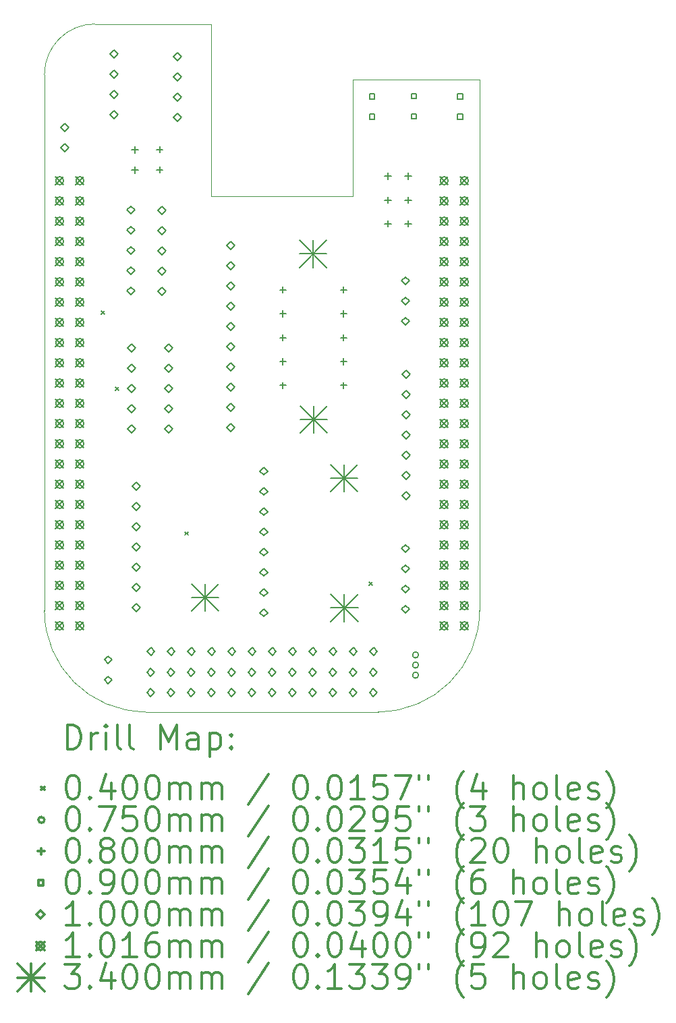
<source format=gbr>
%FSLAX45Y45*%
G04 Gerber Fmt 4.5, Leading zero omitted, Abs format (unit mm)*
G04 Created by KiCad (PCBNEW (5.1.12)-1) date 2022-05-09 10:01:57*
%MOMM*%
%LPD*%
G01*
G04 APERTURE LIST*
%TA.AperFunction,Profile*%
%ADD10C,0.002540*%
%TD*%
%ADD11C,0.200000*%
%ADD12C,0.300000*%
G04 APERTURE END LIST*
D10*
X11446510Y-11635740D02*
G75*
G03*
X12716510Y-12905740I1270000J0D01*
G01*
X15637510Y-12905740D02*
G75*
G03*
X16907510Y-11635740I0J1270000D01*
G01*
X12081510Y-4269740D02*
G75*
G03*
X11446510Y-4904740I0J-635000D01*
G01*
X13542010Y-4269740D02*
X12081510Y-4269740D01*
X13542010Y-6428740D02*
X13542010Y-4269740D01*
X15320010Y-6428740D02*
X13542010Y-6428740D01*
X15320010Y-4968240D02*
X15320010Y-6428740D01*
X16907510Y-4968240D02*
X15320010Y-4968240D01*
X16907510Y-11635740D02*
X16907510Y-4968240D01*
X12716510Y-12905740D02*
X15637510Y-12905740D01*
X11446510Y-4904740D02*
X11446510Y-11635740D01*
D11*
X12157800Y-7870340D02*
X12197800Y-7910340D01*
X12197800Y-7870340D02*
X12157800Y-7910340D01*
X12336460Y-8829430D02*
X12376460Y-8869430D01*
X12376460Y-8829430D02*
X12336460Y-8869430D01*
X13209810Y-10645420D02*
X13249810Y-10685420D01*
X13249810Y-10645420D02*
X13209810Y-10685420D01*
X15521630Y-11278050D02*
X15561630Y-11318050D01*
X15561630Y-11278050D02*
X15521630Y-11318050D01*
X16141500Y-12192200D02*
G75*
G03*
X16141500Y-12192200I-37500J0D01*
G01*
X16141500Y-12319200D02*
G75*
G03*
X16141500Y-12319200I-37500J0D01*
G01*
X16141500Y-12446200D02*
G75*
G03*
X16141500Y-12446200I-37500J0D01*
G01*
X12583000Y-5808240D02*
X12583000Y-5888240D01*
X12543000Y-5848240D02*
X12623000Y-5848240D01*
X12583000Y-6062240D02*
X12583000Y-6142240D01*
X12543000Y-6102240D02*
X12623000Y-6102240D01*
X12892000Y-5806240D02*
X12892000Y-5886240D01*
X12852000Y-5846240D02*
X12932000Y-5846240D01*
X12892000Y-6060240D02*
X12892000Y-6140240D01*
X12852000Y-6100240D02*
X12932000Y-6100240D01*
X14440000Y-7566240D02*
X14440000Y-7646240D01*
X14400000Y-7606240D02*
X14480000Y-7606240D01*
X14440000Y-7866240D02*
X14440000Y-7946240D01*
X14400000Y-7906240D02*
X14480000Y-7906240D01*
X14440000Y-8167240D02*
X14440000Y-8247240D01*
X14400000Y-8207240D02*
X14480000Y-8207240D01*
X14440000Y-8466240D02*
X14440000Y-8546240D01*
X14400000Y-8506240D02*
X14480000Y-8506240D01*
X14440000Y-8766240D02*
X14440000Y-8846240D01*
X14400000Y-8806240D02*
X14480000Y-8806240D01*
X15202000Y-7566240D02*
X15202000Y-7646240D01*
X15162000Y-7606240D02*
X15242000Y-7606240D01*
X15202000Y-7866240D02*
X15202000Y-7946240D01*
X15162000Y-7906240D02*
X15242000Y-7906240D01*
X15202000Y-8167240D02*
X15202000Y-8247240D01*
X15162000Y-8207240D02*
X15242000Y-8207240D01*
X15202000Y-8466240D02*
X15202000Y-8546240D01*
X15162000Y-8506240D02*
X15242000Y-8506240D01*
X15202000Y-8766240D02*
X15202000Y-8846240D01*
X15162000Y-8806240D02*
X15242000Y-8806240D01*
X15758000Y-6137240D02*
X15758000Y-6217240D01*
X15718000Y-6177240D02*
X15798000Y-6177240D01*
X15758000Y-6441240D02*
X15758000Y-6521240D01*
X15718000Y-6481240D02*
X15798000Y-6481240D01*
X15758000Y-6736240D02*
X15758000Y-6816240D01*
X15718000Y-6776240D02*
X15798000Y-6776240D01*
X16012000Y-6137240D02*
X16012000Y-6217240D01*
X15972000Y-6177240D02*
X16052000Y-6177240D01*
X16012000Y-6441240D02*
X16012000Y-6521240D01*
X15972000Y-6481240D02*
X16052000Y-6481240D01*
X16012000Y-6736240D02*
X16012000Y-6816240D01*
X15972000Y-6776240D02*
X16052000Y-6776240D01*
X15588820Y-5213060D02*
X15588820Y-5149420D01*
X15525180Y-5149420D01*
X15525180Y-5213060D01*
X15588820Y-5213060D01*
X15588820Y-5467060D02*
X15588820Y-5403420D01*
X15525180Y-5403420D01*
X15525180Y-5467060D01*
X15588820Y-5467060D01*
X16115820Y-5206060D02*
X16115820Y-5142420D01*
X16052180Y-5142420D01*
X16052180Y-5206060D01*
X16115820Y-5206060D01*
X16115820Y-5460060D02*
X16115820Y-5396420D01*
X16052180Y-5396420D01*
X16052180Y-5460060D01*
X16115820Y-5460060D01*
X16693820Y-5213060D02*
X16693820Y-5149420D01*
X16630180Y-5149420D01*
X16630180Y-5213060D01*
X16693820Y-5213060D01*
X16693820Y-5467060D02*
X16693820Y-5403420D01*
X16630180Y-5403420D01*
X16630180Y-5467060D01*
X16693820Y-5467060D01*
X11701000Y-5619240D02*
X11751000Y-5569240D01*
X11701000Y-5519240D01*
X11651000Y-5569240D01*
X11701000Y-5619240D01*
X11701000Y-5873240D02*
X11751000Y-5823240D01*
X11701000Y-5773240D01*
X11651000Y-5823240D01*
X11701000Y-5873240D01*
X12248000Y-12303200D02*
X12298000Y-12253200D01*
X12248000Y-12203200D01*
X12198000Y-12253200D01*
X12248000Y-12303200D01*
X12248000Y-12557200D02*
X12298000Y-12507200D01*
X12248000Y-12457200D01*
X12198000Y-12507200D01*
X12248000Y-12557200D01*
X12323000Y-4699240D02*
X12373000Y-4649240D01*
X12323000Y-4599240D01*
X12273000Y-4649240D01*
X12323000Y-4699240D01*
X12323000Y-4953240D02*
X12373000Y-4903240D01*
X12323000Y-4853240D01*
X12273000Y-4903240D01*
X12323000Y-4953240D01*
X12323000Y-5207240D02*
X12373000Y-5157240D01*
X12323000Y-5107240D01*
X12273000Y-5157240D01*
X12323000Y-5207240D01*
X12323000Y-5461240D02*
X12373000Y-5411240D01*
X12323000Y-5361240D01*
X12273000Y-5411240D01*
X12323000Y-5461240D01*
X12532000Y-6656240D02*
X12582000Y-6606240D01*
X12532000Y-6556240D01*
X12482000Y-6606240D01*
X12532000Y-6656240D01*
X12532000Y-6910240D02*
X12582000Y-6860240D01*
X12532000Y-6810240D01*
X12482000Y-6860240D01*
X12532000Y-6910240D01*
X12532000Y-7164240D02*
X12582000Y-7114240D01*
X12532000Y-7064240D01*
X12482000Y-7114240D01*
X12532000Y-7164240D01*
X12532000Y-7418240D02*
X12582000Y-7368240D01*
X12532000Y-7318240D01*
X12482000Y-7368240D01*
X12532000Y-7418240D01*
X12532000Y-7672240D02*
X12582000Y-7622240D01*
X12532000Y-7572240D01*
X12482000Y-7622240D01*
X12532000Y-7672240D01*
X12541000Y-8389240D02*
X12591000Y-8339240D01*
X12541000Y-8289240D01*
X12491000Y-8339240D01*
X12541000Y-8389240D01*
X12541000Y-8643240D02*
X12591000Y-8593240D01*
X12541000Y-8543240D01*
X12491000Y-8593240D01*
X12541000Y-8643240D01*
X12541000Y-8897240D02*
X12591000Y-8847240D01*
X12541000Y-8797240D01*
X12491000Y-8847240D01*
X12541000Y-8897240D01*
X12541000Y-9151240D02*
X12591000Y-9101240D01*
X12541000Y-9051240D01*
X12491000Y-9101240D01*
X12541000Y-9151240D01*
X12541000Y-9405240D02*
X12591000Y-9355240D01*
X12541000Y-9305240D01*
X12491000Y-9355240D01*
X12541000Y-9405240D01*
X12598000Y-10124200D02*
X12648000Y-10074200D01*
X12598000Y-10024200D01*
X12548000Y-10074200D01*
X12598000Y-10124200D01*
X12598000Y-10378200D02*
X12648000Y-10328200D01*
X12598000Y-10278200D01*
X12548000Y-10328200D01*
X12598000Y-10378200D01*
X12598000Y-10632200D02*
X12648000Y-10582200D01*
X12598000Y-10532200D01*
X12548000Y-10582200D01*
X12598000Y-10632200D01*
X12598000Y-10886200D02*
X12648000Y-10836200D01*
X12598000Y-10786200D01*
X12548000Y-10836200D01*
X12598000Y-10886200D01*
X12598000Y-11140200D02*
X12648000Y-11090200D01*
X12598000Y-11040200D01*
X12548000Y-11090200D01*
X12598000Y-11140200D01*
X12598000Y-11394200D02*
X12648000Y-11344200D01*
X12598000Y-11294200D01*
X12548000Y-11344200D01*
X12598000Y-11394200D01*
X12598000Y-11648200D02*
X12648000Y-11598200D01*
X12598000Y-11548200D01*
X12548000Y-11598200D01*
X12598000Y-11648200D01*
X12781000Y-12462200D02*
X12831000Y-12412200D01*
X12781000Y-12362200D01*
X12731000Y-12412200D01*
X12781000Y-12462200D01*
X12781000Y-12716200D02*
X12831000Y-12666200D01*
X12781000Y-12616200D01*
X12731000Y-12666200D01*
X12781000Y-12716200D01*
X12782000Y-12200200D02*
X12832000Y-12150200D01*
X12782000Y-12100200D01*
X12732000Y-12150200D01*
X12782000Y-12200200D01*
X12923000Y-6659240D02*
X12973000Y-6609240D01*
X12923000Y-6559240D01*
X12873000Y-6609240D01*
X12923000Y-6659240D01*
X12923000Y-6913240D02*
X12973000Y-6863240D01*
X12923000Y-6813240D01*
X12873000Y-6863240D01*
X12923000Y-6913240D01*
X12923000Y-7167240D02*
X12973000Y-7117240D01*
X12923000Y-7067240D01*
X12873000Y-7117240D01*
X12923000Y-7167240D01*
X12923000Y-7421240D02*
X12973000Y-7371240D01*
X12923000Y-7321240D01*
X12873000Y-7371240D01*
X12923000Y-7421240D01*
X12923000Y-7675240D02*
X12973000Y-7625240D01*
X12923000Y-7575240D01*
X12873000Y-7625240D01*
X12923000Y-7675240D01*
X13006000Y-8389240D02*
X13056000Y-8339240D01*
X13006000Y-8289240D01*
X12956000Y-8339240D01*
X13006000Y-8389240D01*
X13006000Y-8643240D02*
X13056000Y-8593240D01*
X13006000Y-8543240D01*
X12956000Y-8593240D01*
X13006000Y-8643240D01*
X13006000Y-8897240D02*
X13056000Y-8847240D01*
X13006000Y-8797240D01*
X12956000Y-8847240D01*
X13006000Y-8897240D01*
X13006000Y-9151240D02*
X13056000Y-9101240D01*
X13006000Y-9051240D01*
X12956000Y-9101240D01*
X13006000Y-9151240D01*
X13006000Y-9405240D02*
X13056000Y-9355240D01*
X13006000Y-9305240D01*
X12956000Y-9355240D01*
X13006000Y-9405240D01*
X13035000Y-12462200D02*
X13085000Y-12412200D01*
X13035000Y-12362200D01*
X12985000Y-12412200D01*
X13035000Y-12462200D01*
X13035000Y-12716200D02*
X13085000Y-12666200D01*
X13035000Y-12616200D01*
X12985000Y-12666200D01*
X13035000Y-12716200D01*
X13036000Y-12200200D02*
X13086000Y-12150200D01*
X13036000Y-12100200D01*
X12986000Y-12150200D01*
X13036000Y-12200200D01*
X13115000Y-4730240D02*
X13165000Y-4680240D01*
X13115000Y-4630240D01*
X13065000Y-4680240D01*
X13115000Y-4730240D01*
X13115000Y-4984240D02*
X13165000Y-4934240D01*
X13115000Y-4884240D01*
X13065000Y-4934240D01*
X13115000Y-4984240D01*
X13115000Y-5238240D02*
X13165000Y-5188240D01*
X13115000Y-5138240D01*
X13065000Y-5188240D01*
X13115000Y-5238240D01*
X13115000Y-5492240D02*
X13165000Y-5442240D01*
X13115000Y-5392240D01*
X13065000Y-5442240D01*
X13115000Y-5492240D01*
X13289000Y-12462200D02*
X13339000Y-12412200D01*
X13289000Y-12362200D01*
X13239000Y-12412200D01*
X13289000Y-12462200D01*
X13289000Y-12716200D02*
X13339000Y-12666200D01*
X13289000Y-12616200D01*
X13239000Y-12666200D01*
X13289000Y-12716200D01*
X13290000Y-12200200D02*
X13340000Y-12150200D01*
X13290000Y-12100200D01*
X13240000Y-12150200D01*
X13290000Y-12200200D01*
X13543000Y-12462200D02*
X13593000Y-12412200D01*
X13543000Y-12362200D01*
X13493000Y-12412200D01*
X13543000Y-12462200D01*
X13543000Y-12716200D02*
X13593000Y-12666200D01*
X13543000Y-12616200D01*
X13493000Y-12666200D01*
X13543000Y-12716200D01*
X13544000Y-12200200D02*
X13594000Y-12150200D01*
X13544000Y-12100200D01*
X13494000Y-12150200D01*
X13544000Y-12200200D01*
X13786000Y-7100240D02*
X13836000Y-7050240D01*
X13786000Y-7000240D01*
X13736000Y-7050240D01*
X13786000Y-7100240D01*
X13786000Y-7354240D02*
X13836000Y-7304240D01*
X13786000Y-7254240D01*
X13736000Y-7304240D01*
X13786000Y-7354240D01*
X13786000Y-7608240D02*
X13836000Y-7558240D01*
X13786000Y-7508240D01*
X13736000Y-7558240D01*
X13786000Y-7608240D01*
X13786000Y-7862240D02*
X13836000Y-7812240D01*
X13786000Y-7762240D01*
X13736000Y-7812240D01*
X13786000Y-7862240D01*
X13786000Y-8116240D02*
X13836000Y-8066240D01*
X13786000Y-8016240D01*
X13736000Y-8066240D01*
X13786000Y-8116240D01*
X13786000Y-8370240D02*
X13836000Y-8320240D01*
X13786000Y-8270240D01*
X13736000Y-8320240D01*
X13786000Y-8370240D01*
X13786000Y-8624240D02*
X13836000Y-8574240D01*
X13786000Y-8524240D01*
X13736000Y-8574240D01*
X13786000Y-8624240D01*
X13786000Y-8878240D02*
X13836000Y-8828240D01*
X13786000Y-8778240D01*
X13736000Y-8828240D01*
X13786000Y-8878240D01*
X13786000Y-9132240D02*
X13836000Y-9082240D01*
X13786000Y-9032240D01*
X13736000Y-9082240D01*
X13786000Y-9132240D01*
X13786000Y-9386240D02*
X13836000Y-9336240D01*
X13786000Y-9286240D01*
X13736000Y-9336240D01*
X13786000Y-9386240D01*
X13797000Y-12462200D02*
X13847000Y-12412200D01*
X13797000Y-12362200D01*
X13747000Y-12412200D01*
X13797000Y-12462200D01*
X13797000Y-12716200D02*
X13847000Y-12666200D01*
X13797000Y-12616200D01*
X13747000Y-12666200D01*
X13797000Y-12716200D01*
X13798000Y-12200200D02*
X13848000Y-12150200D01*
X13798000Y-12100200D01*
X13748000Y-12150200D01*
X13798000Y-12200200D01*
X14051000Y-12462200D02*
X14101000Y-12412200D01*
X14051000Y-12362200D01*
X14001000Y-12412200D01*
X14051000Y-12462200D01*
X14051000Y-12716200D02*
X14101000Y-12666200D01*
X14051000Y-12616200D01*
X14001000Y-12666200D01*
X14051000Y-12716200D01*
X14052000Y-12200200D02*
X14102000Y-12150200D01*
X14052000Y-12100200D01*
X14002000Y-12150200D01*
X14052000Y-12200200D01*
X14203000Y-9933240D02*
X14253000Y-9883240D01*
X14203000Y-9833240D01*
X14153000Y-9883240D01*
X14203000Y-9933240D01*
X14203000Y-10187240D02*
X14253000Y-10137240D01*
X14203000Y-10087240D01*
X14153000Y-10137240D01*
X14203000Y-10187240D01*
X14203000Y-10441240D02*
X14253000Y-10391240D01*
X14203000Y-10341240D01*
X14153000Y-10391240D01*
X14203000Y-10441240D01*
X14203000Y-10695240D02*
X14253000Y-10645240D01*
X14203000Y-10595240D01*
X14153000Y-10645240D01*
X14203000Y-10695240D01*
X14203000Y-10949240D02*
X14253000Y-10899240D01*
X14203000Y-10849240D01*
X14153000Y-10899240D01*
X14203000Y-10949240D01*
X14203000Y-11203240D02*
X14253000Y-11153240D01*
X14203000Y-11103240D01*
X14153000Y-11153240D01*
X14203000Y-11203240D01*
X14203000Y-11457240D02*
X14253000Y-11407240D01*
X14203000Y-11357240D01*
X14153000Y-11407240D01*
X14203000Y-11457240D01*
X14203000Y-11711240D02*
X14253000Y-11661240D01*
X14203000Y-11611240D01*
X14153000Y-11661240D01*
X14203000Y-11711240D01*
X14305000Y-12462200D02*
X14355000Y-12412200D01*
X14305000Y-12362200D01*
X14255000Y-12412200D01*
X14305000Y-12462200D01*
X14305000Y-12716200D02*
X14355000Y-12666200D01*
X14305000Y-12616200D01*
X14255000Y-12666200D01*
X14305000Y-12716200D01*
X14306000Y-12200200D02*
X14356000Y-12150200D01*
X14306000Y-12100200D01*
X14256000Y-12150200D01*
X14306000Y-12200200D01*
X14559000Y-12462200D02*
X14609000Y-12412200D01*
X14559000Y-12362200D01*
X14509000Y-12412200D01*
X14559000Y-12462200D01*
X14559000Y-12716200D02*
X14609000Y-12666200D01*
X14559000Y-12616200D01*
X14509000Y-12666200D01*
X14559000Y-12716200D01*
X14560000Y-12200200D02*
X14610000Y-12150200D01*
X14560000Y-12100200D01*
X14510000Y-12150200D01*
X14560000Y-12200200D01*
X14813000Y-12462200D02*
X14863000Y-12412200D01*
X14813000Y-12362200D01*
X14763000Y-12412200D01*
X14813000Y-12462200D01*
X14813000Y-12716200D02*
X14863000Y-12666200D01*
X14813000Y-12616200D01*
X14763000Y-12666200D01*
X14813000Y-12716200D01*
X14814000Y-12200200D02*
X14864000Y-12150200D01*
X14814000Y-12100200D01*
X14764000Y-12150200D01*
X14814000Y-12200200D01*
X15067000Y-12462200D02*
X15117000Y-12412200D01*
X15067000Y-12362200D01*
X15017000Y-12412200D01*
X15067000Y-12462200D01*
X15067000Y-12716200D02*
X15117000Y-12666200D01*
X15067000Y-12616200D01*
X15017000Y-12666200D01*
X15067000Y-12716200D01*
X15068000Y-12200200D02*
X15118000Y-12150200D01*
X15068000Y-12100200D01*
X15018000Y-12150200D01*
X15068000Y-12200200D01*
X15321000Y-12462200D02*
X15371000Y-12412200D01*
X15321000Y-12362200D01*
X15271000Y-12412200D01*
X15321000Y-12462200D01*
X15321000Y-12716200D02*
X15371000Y-12666200D01*
X15321000Y-12616200D01*
X15271000Y-12666200D01*
X15321000Y-12716200D01*
X15322000Y-12200200D02*
X15372000Y-12150200D01*
X15322000Y-12100200D01*
X15272000Y-12150200D01*
X15322000Y-12200200D01*
X15575000Y-12462200D02*
X15625000Y-12412200D01*
X15575000Y-12362200D01*
X15525000Y-12412200D01*
X15575000Y-12462200D01*
X15575000Y-12716200D02*
X15625000Y-12666200D01*
X15575000Y-12616200D01*
X15525000Y-12666200D01*
X15575000Y-12716200D01*
X15576000Y-12200200D02*
X15626000Y-12150200D01*
X15576000Y-12100200D01*
X15526000Y-12150200D01*
X15576000Y-12200200D01*
X15979000Y-7545240D02*
X16029000Y-7495240D01*
X15979000Y-7445240D01*
X15929000Y-7495240D01*
X15979000Y-7545240D01*
X15979000Y-7799240D02*
X16029000Y-7749240D01*
X15979000Y-7699240D01*
X15929000Y-7749240D01*
X15979000Y-7799240D01*
X15979000Y-8053240D02*
X16029000Y-8003240D01*
X15979000Y-7953240D01*
X15929000Y-8003240D01*
X15979000Y-8053240D01*
X15981000Y-10906200D02*
X16031000Y-10856200D01*
X15981000Y-10806200D01*
X15931000Y-10856200D01*
X15981000Y-10906200D01*
X15981000Y-11160200D02*
X16031000Y-11110200D01*
X15981000Y-11060200D01*
X15931000Y-11110200D01*
X15981000Y-11160200D01*
X15981000Y-11414200D02*
X16031000Y-11364200D01*
X15981000Y-11314200D01*
X15931000Y-11364200D01*
X15981000Y-11414200D01*
X15981000Y-11668200D02*
X16031000Y-11618200D01*
X15981000Y-11568200D01*
X15931000Y-11618200D01*
X15981000Y-11668200D01*
X15984000Y-8719240D02*
X16034000Y-8669240D01*
X15984000Y-8619240D01*
X15934000Y-8669240D01*
X15984000Y-8719240D01*
X15984000Y-8973240D02*
X16034000Y-8923240D01*
X15984000Y-8873240D01*
X15934000Y-8923240D01*
X15984000Y-8973240D01*
X15984000Y-9227240D02*
X16034000Y-9177240D01*
X15984000Y-9127240D01*
X15934000Y-9177240D01*
X15984000Y-9227240D01*
X15984000Y-9481240D02*
X16034000Y-9431240D01*
X15984000Y-9381240D01*
X15934000Y-9431240D01*
X15984000Y-9481240D01*
X15984000Y-9735240D02*
X16034000Y-9685240D01*
X15984000Y-9635240D01*
X15934000Y-9685240D01*
X15984000Y-9735240D01*
X15984000Y-9989240D02*
X16034000Y-9939240D01*
X15984000Y-9889240D01*
X15934000Y-9939240D01*
X15984000Y-9989240D01*
X15984000Y-10243240D02*
X16034000Y-10193240D01*
X15984000Y-10143240D01*
X15934000Y-10193240D01*
X15984000Y-10243240D01*
X11586200Y-6187440D02*
X11687800Y-6289040D01*
X11687800Y-6187440D02*
X11586200Y-6289040D01*
X11687800Y-6238240D02*
G75*
G03*
X11687800Y-6238240I-50800J0D01*
G01*
X11586200Y-6441440D02*
X11687800Y-6543040D01*
X11687800Y-6441440D02*
X11586200Y-6543040D01*
X11687800Y-6492240D02*
G75*
G03*
X11687800Y-6492240I-50800J0D01*
G01*
X11586200Y-6695440D02*
X11687800Y-6797040D01*
X11687800Y-6695440D02*
X11586200Y-6797040D01*
X11687800Y-6746240D02*
G75*
G03*
X11687800Y-6746240I-50800J0D01*
G01*
X11586200Y-6949440D02*
X11687800Y-7051040D01*
X11687800Y-6949440D02*
X11586200Y-7051040D01*
X11687800Y-7000240D02*
G75*
G03*
X11687800Y-7000240I-50800J0D01*
G01*
X11586200Y-7203440D02*
X11687800Y-7305040D01*
X11687800Y-7203440D02*
X11586200Y-7305040D01*
X11687800Y-7254240D02*
G75*
G03*
X11687800Y-7254240I-50800J0D01*
G01*
X11586200Y-7457440D02*
X11687800Y-7559040D01*
X11687800Y-7457440D02*
X11586200Y-7559040D01*
X11687800Y-7508240D02*
G75*
G03*
X11687800Y-7508240I-50800J0D01*
G01*
X11586200Y-7711440D02*
X11687800Y-7813040D01*
X11687800Y-7711440D02*
X11586200Y-7813040D01*
X11687800Y-7762240D02*
G75*
G03*
X11687800Y-7762240I-50800J0D01*
G01*
X11586200Y-7965440D02*
X11687800Y-8067040D01*
X11687800Y-7965440D02*
X11586200Y-8067040D01*
X11687800Y-8016240D02*
G75*
G03*
X11687800Y-8016240I-50800J0D01*
G01*
X11586200Y-8219440D02*
X11687800Y-8321040D01*
X11687800Y-8219440D02*
X11586200Y-8321040D01*
X11687800Y-8270240D02*
G75*
G03*
X11687800Y-8270240I-50800J0D01*
G01*
X11586200Y-8473440D02*
X11687800Y-8575040D01*
X11687800Y-8473440D02*
X11586200Y-8575040D01*
X11687800Y-8524240D02*
G75*
G03*
X11687800Y-8524240I-50800J0D01*
G01*
X11586200Y-8727440D02*
X11687800Y-8829040D01*
X11687800Y-8727440D02*
X11586200Y-8829040D01*
X11687800Y-8778240D02*
G75*
G03*
X11687800Y-8778240I-50800J0D01*
G01*
X11586200Y-8981440D02*
X11687800Y-9083040D01*
X11687800Y-8981440D02*
X11586200Y-9083040D01*
X11687800Y-9032240D02*
G75*
G03*
X11687800Y-9032240I-50800J0D01*
G01*
X11586200Y-9235440D02*
X11687800Y-9337040D01*
X11687800Y-9235440D02*
X11586200Y-9337040D01*
X11687800Y-9286240D02*
G75*
G03*
X11687800Y-9286240I-50800J0D01*
G01*
X11586200Y-9489440D02*
X11687800Y-9591040D01*
X11687800Y-9489440D02*
X11586200Y-9591040D01*
X11687800Y-9540240D02*
G75*
G03*
X11687800Y-9540240I-50800J0D01*
G01*
X11586200Y-9743440D02*
X11687800Y-9845040D01*
X11687800Y-9743440D02*
X11586200Y-9845040D01*
X11687800Y-9794240D02*
G75*
G03*
X11687800Y-9794240I-50800J0D01*
G01*
X11586200Y-9997440D02*
X11687800Y-10099040D01*
X11687800Y-9997440D02*
X11586200Y-10099040D01*
X11687800Y-10048240D02*
G75*
G03*
X11687800Y-10048240I-50800J0D01*
G01*
X11586200Y-10251440D02*
X11687800Y-10353040D01*
X11687800Y-10251440D02*
X11586200Y-10353040D01*
X11687800Y-10302240D02*
G75*
G03*
X11687800Y-10302240I-50800J0D01*
G01*
X11586200Y-10505440D02*
X11687800Y-10607040D01*
X11687800Y-10505440D02*
X11586200Y-10607040D01*
X11687800Y-10556240D02*
G75*
G03*
X11687800Y-10556240I-50800J0D01*
G01*
X11586200Y-10759440D02*
X11687800Y-10861040D01*
X11687800Y-10759440D02*
X11586200Y-10861040D01*
X11687800Y-10810240D02*
G75*
G03*
X11687800Y-10810240I-50800J0D01*
G01*
X11586200Y-11013440D02*
X11687800Y-11115040D01*
X11687800Y-11013440D02*
X11586200Y-11115040D01*
X11687800Y-11064240D02*
G75*
G03*
X11687800Y-11064240I-50800J0D01*
G01*
X11586200Y-11267440D02*
X11687800Y-11369040D01*
X11687800Y-11267440D02*
X11586200Y-11369040D01*
X11687800Y-11318240D02*
G75*
G03*
X11687800Y-11318240I-50800J0D01*
G01*
X11586200Y-11521440D02*
X11687800Y-11623040D01*
X11687800Y-11521440D02*
X11586200Y-11623040D01*
X11687800Y-11572240D02*
G75*
G03*
X11687800Y-11572240I-50800J0D01*
G01*
X11586200Y-11775440D02*
X11687800Y-11877040D01*
X11687800Y-11775440D02*
X11586200Y-11877040D01*
X11687800Y-11826240D02*
G75*
G03*
X11687800Y-11826240I-50800J0D01*
G01*
X11840200Y-6187440D02*
X11941800Y-6289040D01*
X11941800Y-6187440D02*
X11840200Y-6289040D01*
X11941800Y-6238240D02*
G75*
G03*
X11941800Y-6238240I-50800J0D01*
G01*
X11840200Y-6441440D02*
X11941800Y-6543040D01*
X11941800Y-6441440D02*
X11840200Y-6543040D01*
X11941800Y-6492240D02*
G75*
G03*
X11941800Y-6492240I-50800J0D01*
G01*
X11840200Y-6695440D02*
X11941800Y-6797040D01*
X11941800Y-6695440D02*
X11840200Y-6797040D01*
X11941800Y-6746240D02*
G75*
G03*
X11941800Y-6746240I-50800J0D01*
G01*
X11840200Y-6949440D02*
X11941800Y-7051040D01*
X11941800Y-6949440D02*
X11840200Y-7051040D01*
X11941800Y-7000240D02*
G75*
G03*
X11941800Y-7000240I-50800J0D01*
G01*
X11840200Y-7203440D02*
X11941800Y-7305040D01*
X11941800Y-7203440D02*
X11840200Y-7305040D01*
X11941800Y-7254240D02*
G75*
G03*
X11941800Y-7254240I-50800J0D01*
G01*
X11840200Y-7457440D02*
X11941800Y-7559040D01*
X11941800Y-7457440D02*
X11840200Y-7559040D01*
X11941800Y-7508240D02*
G75*
G03*
X11941800Y-7508240I-50800J0D01*
G01*
X11840200Y-7711440D02*
X11941800Y-7813040D01*
X11941800Y-7711440D02*
X11840200Y-7813040D01*
X11941800Y-7762240D02*
G75*
G03*
X11941800Y-7762240I-50800J0D01*
G01*
X11840200Y-7965440D02*
X11941800Y-8067040D01*
X11941800Y-7965440D02*
X11840200Y-8067040D01*
X11941800Y-8016240D02*
G75*
G03*
X11941800Y-8016240I-50800J0D01*
G01*
X11840200Y-8219440D02*
X11941800Y-8321040D01*
X11941800Y-8219440D02*
X11840200Y-8321040D01*
X11941800Y-8270240D02*
G75*
G03*
X11941800Y-8270240I-50800J0D01*
G01*
X11840200Y-8473440D02*
X11941800Y-8575040D01*
X11941800Y-8473440D02*
X11840200Y-8575040D01*
X11941800Y-8524240D02*
G75*
G03*
X11941800Y-8524240I-50800J0D01*
G01*
X11840200Y-8727440D02*
X11941800Y-8829040D01*
X11941800Y-8727440D02*
X11840200Y-8829040D01*
X11941800Y-8778240D02*
G75*
G03*
X11941800Y-8778240I-50800J0D01*
G01*
X11840200Y-8981440D02*
X11941800Y-9083040D01*
X11941800Y-8981440D02*
X11840200Y-9083040D01*
X11941800Y-9032240D02*
G75*
G03*
X11941800Y-9032240I-50800J0D01*
G01*
X11840200Y-9235440D02*
X11941800Y-9337040D01*
X11941800Y-9235440D02*
X11840200Y-9337040D01*
X11941800Y-9286240D02*
G75*
G03*
X11941800Y-9286240I-50800J0D01*
G01*
X11840200Y-9489440D02*
X11941800Y-9591040D01*
X11941800Y-9489440D02*
X11840200Y-9591040D01*
X11941800Y-9540240D02*
G75*
G03*
X11941800Y-9540240I-50800J0D01*
G01*
X11840200Y-9743440D02*
X11941800Y-9845040D01*
X11941800Y-9743440D02*
X11840200Y-9845040D01*
X11941800Y-9794240D02*
G75*
G03*
X11941800Y-9794240I-50800J0D01*
G01*
X11840200Y-9997440D02*
X11941800Y-10099040D01*
X11941800Y-9997440D02*
X11840200Y-10099040D01*
X11941800Y-10048240D02*
G75*
G03*
X11941800Y-10048240I-50800J0D01*
G01*
X11840200Y-10251440D02*
X11941800Y-10353040D01*
X11941800Y-10251440D02*
X11840200Y-10353040D01*
X11941800Y-10302240D02*
G75*
G03*
X11941800Y-10302240I-50800J0D01*
G01*
X11840200Y-10505440D02*
X11941800Y-10607040D01*
X11941800Y-10505440D02*
X11840200Y-10607040D01*
X11941800Y-10556240D02*
G75*
G03*
X11941800Y-10556240I-50800J0D01*
G01*
X11840200Y-10759440D02*
X11941800Y-10861040D01*
X11941800Y-10759440D02*
X11840200Y-10861040D01*
X11941800Y-10810240D02*
G75*
G03*
X11941800Y-10810240I-50800J0D01*
G01*
X11840200Y-11013440D02*
X11941800Y-11115040D01*
X11941800Y-11013440D02*
X11840200Y-11115040D01*
X11941800Y-11064240D02*
G75*
G03*
X11941800Y-11064240I-50800J0D01*
G01*
X11840200Y-11267440D02*
X11941800Y-11369040D01*
X11941800Y-11267440D02*
X11840200Y-11369040D01*
X11941800Y-11318240D02*
G75*
G03*
X11941800Y-11318240I-50800J0D01*
G01*
X11840200Y-11521440D02*
X11941800Y-11623040D01*
X11941800Y-11521440D02*
X11840200Y-11623040D01*
X11941800Y-11572240D02*
G75*
G03*
X11941800Y-11572240I-50800J0D01*
G01*
X11840200Y-11775440D02*
X11941800Y-11877040D01*
X11941800Y-11775440D02*
X11840200Y-11877040D01*
X11941800Y-11826240D02*
G75*
G03*
X11941800Y-11826240I-50800J0D01*
G01*
X16412200Y-6187440D02*
X16513800Y-6289040D01*
X16513800Y-6187440D02*
X16412200Y-6289040D01*
X16513800Y-6238240D02*
G75*
G03*
X16513800Y-6238240I-50800J0D01*
G01*
X16412200Y-6441440D02*
X16513800Y-6543040D01*
X16513800Y-6441440D02*
X16412200Y-6543040D01*
X16513800Y-6492240D02*
G75*
G03*
X16513800Y-6492240I-50800J0D01*
G01*
X16412200Y-6695440D02*
X16513800Y-6797040D01*
X16513800Y-6695440D02*
X16412200Y-6797040D01*
X16513800Y-6746240D02*
G75*
G03*
X16513800Y-6746240I-50800J0D01*
G01*
X16412200Y-6949440D02*
X16513800Y-7051040D01*
X16513800Y-6949440D02*
X16412200Y-7051040D01*
X16513800Y-7000240D02*
G75*
G03*
X16513800Y-7000240I-50800J0D01*
G01*
X16412200Y-7203440D02*
X16513800Y-7305040D01*
X16513800Y-7203440D02*
X16412200Y-7305040D01*
X16513800Y-7254240D02*
G75*
G03*
X16513800Y-7254240I-50800J0D01*
G01*
X16412200Y-7457440D02*
X16513800Y-7559040D01*
X16513800Y-7457440D02*
X16412200Y-7559040D01*
X16513800Y-7508240D02*
G75*
G03*
X16513800Y-7508240I-50800J0D01*
G01*
X16412200Y-7711440D02*
X16513800Y-7813040D01*
X16513800Y-7711440D02*
X16412200Y-7813040D01*
X16513800Y-7762240D02*
G75*
G03*
X16513800Y-7762240I-50800J0D01*
G01*
X16412200Y-7965440D02*
X16513800Y-8067040D01*
X16513800Y-7965440D02*
X16412200Y-8067040D01*
X16513800Y-8016240D02*
G75*
G03*
X16513800Y-8016240I-50800J0D01*
G01*
X16412200Y-8219440D02*
X16513800Y-8321040D01*
X16513800Y-8219440D02*
X16412200Y-8321040D01*
X16513800Y-8270240D02*
G75*
G03*
X16513800Y-8270240I-50800J0D01*
G01*
X16412200Y-8473440D02*
X16513800Y-8575040D01*
X16513800Y-8473440D02*
X16412200Y-8575040D01*
X16513800Y-8524240D02*
G75*
G03*
X16513800Y-8524240I-50800J0D01*
G01*
X16412200Y-8727440D02*
X16513800Y-8829040D01*
X16513800Y-8727440D02*
X16412200Y-8829040D01*
X16513800Y-8778240D02*
G75*
G03*
X16513800Y-8778240I-50800J0D01*
G01*
X16412200Y-8981440D02*
X16513800Y-9083040D01*
X16513800Y-8981440D02*
X16412200Y-9083040D01*
X16513800Y-9032240D02*
G75*
G03*
X16513800Y-9032240I-50800J0D01*
G01*
X16412200Y-9235440D02*
X16513800Y-9337040D01*
X16513800Y-9235440D02*
X16412200Y-9337040D01*
X16513800Y-9286240D02*
G75*
G03*
X16513800Y-9286240I-50800J0D01*
G01*
X16412200Y-9489440D02*
X16513800Y-9591040D01*
X16513800Y-9489440D02*
X16412200Y-9591040D01*
X16513800Y-9540240D02*
G75*
G03*
X16513800Y-9540240I-50800J0D01*
G01*
X16412200Y-9743440D02*
X16513800Y-9845040D01*
X16513800Y-9743440D02*
X16412200Y-9845040D01*
X16513800Y-9794240D02*
G75*
G03*
X16513800Y-9794240I-50800J0D01*
G01*
X16412200Y-9997440D02*
X16513800Y-10099040D01*
X16513800Y-9997440D02*
X16412200Y-10099040D01*
X16513800Y-10048240D02*
G75*
G03*
X16513800Y-10048240I-50800J0D01*
G01*
X16412200Y-10251440D02*
X16513800Y-10353040D01*
X16513800Y-10251440D02*
X16412200Y-10353040D01*
X16513800Y-10302240D02*
G75*
G03*
X16513800Y-10302240I-50800J0D01*
G01*
X16412200Y-10505440D02*
X16513800Y-10607040D01*
X16513800Y-10505440D02*
X16412200Y-10607040D01*
X16513800Y-10556240D02*
G75*
G03*
X16513800Y-10556240I-50800J0D01*
G01*
X16412200Y-10759440D02*
X16513800Y-10861040D01*
X16513800Y-10759440D02*
X16412200Y-10861040D01*
X16513800Y-10810240D02*
G75*
G03*
X16513800Y-10810240I-50800J0D01*
G01*
X16412200Y-11013440D02*
X16513800Y-11115040D01*
X16513800Y-11013440D02*
X16412200Y-11115040D01*
X16513800Y-11064240D02*
G75*
G03*
X16513800Y-11064240I-50800J0D01*
G01*
X16412200Y-11267440D02*
X16513800Y-11369040D01*
X16513800Y-11267440D02*
X16412200Y-11369040D01*
X16513800Y-11318240D02*
G75*
G03*
X16513800Y-11318240I-50800J0D01*
G01*
X16412200Y-11521440D02*
X16513800Y-11623040D01*
X16513800Y-11521440D02*
X16412200Y-11623040D01*
X16513800Y-11572240D02*
G75*
G03*
X16513800Y-11572240I-50800J0D01*
G01*
X16412200Y-11775440D02*
X16513800Y-11877040D01*
X16513800Y-11775440D02*
X16412200Y-11877040D01*
X16513800Y-11826240D02*
G75*
G03*
X16513800Y-11826240I-50800J0D01*
G01*
X16666200Y-6187440D02*
X16767800Y-6289040D01*
X16767800Y-6187440D02*
X16666200Y-6289040D01*
X16767800Y-6238240D02*
G75*
G03*
X16767800Y-6238240I-50800J0D01*
G01*
X16666200Y-6441440D02*
X16767800Y-6543040D01*
X16767800Y-6441440D02*
X16666200Y-6543040D01*
X16767800Y-6492240D02*
G75*
G03*
X16767800Y-6492240I-50800J0D01*
G01*
X16666200Y-6695440D02*
X16767800Y-6797040D01*
X16767800Y-6695440D02*
X16666200Y-6797040D01*
X16767800Y-6746240D02*
G75*
G03*
X16767800Y-6746240I-50800J0D01*
G01*
X16666200Y-6949440D02*
X16767800Y-7051040D01*
X16767800Y-6949440D02*
X16666200Y-7051040D01*
X16767800Y-7000240D02*
G75*
G03*
X16767800Y-7000240I-50800J0D01*
G01*
X16666200Y-7203440D02*
X16767800Y-7305040D01*
X16767800Y-7203440D02*
X16666200Y-7305040D01*
X16767800Y-7254240D02*
G75*
G03*
X16767800Y-7254240I-50800J0D01*
G01*
X16666200Y-7457440D02*
X16767800Y-7559040D01*
X16767800Y-7457440D02*
X16666200Y-7559040D01*
X16767800Y-7508240D02*
G75*
G03*
X16767800Y-7508240I-50800J0D01*
G01*
X16666200Y-7711440D02*
X16767800Y-7813040D01*
X16767800Y-7711440D02*
X16666200Y-7813040D01*
X16767800Y-7762240D02*
G75*
G03*
X16767800Y-7762240I-50800J0D01*
G01*
X16666200Y-7965440D02*
X16767800Y-8067040D01*
X16767800Y-7965440D02*
X16666200Y-8067040D01*
X16767800Y-8016240D02*
G75*
G03*
X16767800Y-8016240I-50800J0D01*
G01*
X16666200Y-8219440D02*
X16767800Y-8321040D01*
X16767800Y-8219440D02*
X16666200Y-8321040D01*
X16767800Y-8270240D02*
G75*
G03*
X16767800Y-8270240I-50800J0D01*
G01*
X16666200Y-8473440D02*
X16767800Y-8575040D01*
X16767800Y-8473440D02*
X16666200Y-8575040D01*
X16767800Y-8524240D02*
G75*
G03*
X16767800Y-8524240I-50800J0D01*
G01*
X16666200Y-8727440D02*
X16767800Y-8829040D01*
X16767800Y-8727440D02*
X16666200Y-8829040D01*
X16767800Y-8778240D02*
G75*
G03*
X16767800Y-8778240I-50800J0D01*
G01*
X16666200Y-8981440D02*
X16767800Y-9083040D01*
X16767800Y-8981440D02*
X16666200Y-9083040D01*
X16767800Y-9032240D02*
G75*
G03*
X16767800Y-9032240I-50800J0D01*
G01*
X16666200Y-9235440D02*
X16767800Y-9337040D01*
X16767800Y-9235440D02*
X16666200Y-9337040D01*
X16767800Y-9286240D02*
G75*
G03*
X16767800Y-9286240I-50800J0D01*
G01*
X16666200Y-9489440D02*
X16767800Y-9591040D01*
X16767800Y-9489440D02*
X16666200Y-9591040D01*
X16767800Y-9540240D02*
G75*
G03*
X16767800Y-9540240I-50800J0D01*
G01*
X16666200Y-9743440D02*
X16767800Y-9845040D01*
X16767800Y-9743440D02*
X16666200Y-9845040D01*
X16767800Y-9794240D02*
G75*
G03*
X16767800Y-9794240I-50800J0D01*
G01*
X16666200Y-9997440D02*
X16767800Y-10099040D01*
X16767800Y-9997440D02*
X16666200Y-10099040D01*
X16767800Y-10048240D02*
G75*
G03*
X16767800Y-10048240I-50800J0D01*
G01*
X16666200Y-10251440D02*
X16767800Y-10353040D01*
X16767800Y-10251440D02*
X16666200Y-10353040D01*
X16767800Y-10302240D02*
G75*
G03*
X16767800Y-10302240I-50800J0D01*
G01*
X16666200Y-10505440D02*
X16767800Y-10607040D01*
X16767800Y-10505440D02*
X16666200Y-10607040D01*
X16767800Y-10556240D02*
G75*
G03*
X16767800Y-10556240I-50800J0D01*
G01*
X16666200Y-10759440D02*
X16767800Y-10861040D01*
X16767800Y-10759440D02*
X16666200Y-10861040D01*
X16767800Y-10810240D02*
G75*
G03*
X16767800Y-10810240I-50800J0D01*
G01*
X16666200Y-11013440D02*
X16767800Y-11115040D01*
X16767800Y-11013440D02*
X16666200Y-11115040D01*
X16767800Y-11064240D02*
G75*
G03*
X16767800Y-11064240I-50800J0D01*
G01*
X16666200Y-11267440D02*
X16767800Y-11369040D01*
X16767800Y-11267440D02*
X16666200Y-11369040D01*
X16767800Y-11318240D02*
G75*
G03*
X16767800Y-11318240I-50800J0D01*
G01*
X16666200Y-11521440D02*
X16767800Y-11623040D01*
X16767800Y-11521440D02*
X16666200Y-11623040D01*
X16767800Y-11572240D02*
G75*
G03*
X16767800Y-11572240I-50800J0D01*
G01*
X16666200Y-11775440D02*
X16767800Y-11877040D01*
X16767800Y-11775440D02*
X16666200Y-11877040D01*
X16767800Y-11826240D02*
G75*
G03*
X16767800Y-11826240I-50800J0D01*
G01*
X13296000Y-11298200D02*
X13636000Y-11638200D01*
X13636000Y-11298200D02*
X13296000Y-11638200D01*
X13466000Y-11298200D02*
X13466000Y-11638200D01*
X13296000Y-11468200D02*
X13636000Y-11468200D01*
X14647000Y-6986240D02*
X14987000Y-7326240D01*
X14987000Y-6986240D02*
X14647000Y-7326240D01*
X14817000Y-6986240D02*
X14817000Y-7326240D01*
X14647000Y-7156240D02*
X14987000Y-7156240D01*
X14658000Y-9064240D02*
X14998000Y-9404240D01*
X14998000Y-9064240D02*
X14658000Y-9404240D01*
X14828000Y-9064240D02*
X14828000Y-9404240D01*
X14658000Y-9234240D02*
X14998000Y-9234240D01*
X15040000Y-9802240D02*
X15380000Y-10142240D01*
X15380000Y-9802240D02*
X15040000Y-10142240D01*
X15210000Y-9802240D02*
X15210000Y-10142240D01*
X15040000Y-9972240D02*
X15380000Y-9972240D01*
X15041000Y-11431200D02*
X15381000Y-11771200D01*
X15381000Y-11431200D02*
X15041000Y-11771200D01*
X15211000Y-11431200D02*
X15211000Y-11771200D01*
X15041000Y-11601200D02*
X15381000Y-11601200D01*
D12*
X11732811Y-13371581D02*
X11732811Y-13071581D01*
X11804240Y-13071581D01*
X11847097Y-13085867D01*
X11875669Y-13114438D01*
X11889954Y-13143010D01*
X11904240Y-13200153D01*
X11904240Y-13243010D01*
X11889954Y-13300153D01*
X11875669Y-13328724D01*
X11847097Y-13357296D01*
X11804240Y-13371581D01*
X11732811Y-13371581D01*
X12032811Y-13371581D02*
X12032811Y-13171581D01*
X12032811Y-13228724D02*
X12047097Y-13200153D01*
X12061383Y-13185867D01*
X12089954Y-13171581D01*
X12118526Y-13171581D01*
X12218526Y-13371581D02*
X12218526Y-13171581D01*
X12218526Y-13071581D02*
X12204240Y-13085867D01*
X12218526Y-13100153D01*
X12232811Y-13085867D01*
X12218526Y-13071581D01*
X12218526Y-13100153D01*
X12404240Y-13371581D02*
X12375669Y-13357296D01*
X12361383Y-13328724D01*
X12361383Y-13071581D01*
X12561383Y-13371581D02*
X12532811Y-13357296D01*
X12518526Y-13328724D01*
X12518526Y-13071581D01*
X12904240Y-13371581D02*
X12904240Y-13071581D01*
X13004240Y-13285867D01*
X13104240Y-13071581D01*
X13104240Y-13371581D01*
X13375669Y-13371581D02*
X13375669Y-13214438D01*
X13361383Y-13185867D01*
X13332811Y-13171581D01*
X13275669Y-13171581D01*
X13247097Y-13185867D01*
X13375669Y-13357296D02*
X13347097Y-13371581D01*
X13275669Y-13371581D01*
X13247097Y-13357296D01*
X13232811Y-13328724D01*
X13232811Y-13300153D01*
X13247097Y-13271581D01*
X13275669Y-13257296D01*
X13347097Y-13257296D01*
X13375669Y-13243010D01*
X13518526Y-13171581D02*
X13518526Y-13471581D01*
X13518526Y-13185867D02*
X13547097Y-13171581D01*
X13604240Y-13171581D01*
X13632811Y-13185867D01*
X13647097Y-13200153D01*
X13661383Y-13228724D01*
X13661383Y-13314438D01*
X13647097Y-13343010D01*
X13632811Y-13357296D01*
X13604240Y-13371581D01*
X13547097Y-13371581D01*
X13518526Y-13357296D01*
X13789954Y-13343010D02*
X13804240Y-13357296D01*
X13789954Y-13371581D01*
X13775669Y-13357296D01*
X13789954Y-13343010D01*
X13789954Y-13371581D01*
X13789954Y-13185867D02*
X13804240Y-13200153D01*
X13789954Y-13214438D01*
X13775669Y-13200153D01*
X13789954Y-13185867D01*
X13789954Y-13214438D01*
X11406383Y-13845867D02*
X11446383Y-13885867D01*
X11446383Y-13845867D02*
X11406383Y-13885867D01*
X11789954Y-13701581D02*
X11818526Y-13701581D01*
X11847097Y-13715867D01*
X11861383Y-13730153D01*
X11875669Y-13758724D01*
X11889954Y-13815867D01*
X11889954Y-13887296D01*
X11875669Y-13944438D01*
X11861383Y-13973010D01*
X11847097Y-13987296D01*
X11818526Y-14001581D01*
X11789954Y-14001581D01*
X11761383Y-13987296D01*
X11747097Y-13973010D01*
X11732811Y-13944438D01*
X11718526Y-13887296D01*
X11718526Y-13815867D01*
X11732811Y-13758724D01*
X11747097Y-13730153D01*
X11761383Y-13715867D01*
X11789954Y-13701581D01*
X12018526Y-13973010D02*
X12032811Y-13987296D01*
X12018526Y-14001581D01*
X12004240Y-13987296D01*
X12018526Y-13973010D01*
X12018526Y-14001581D01*
X12289954Y-13801581D02*
X12289954Y-14001581D01*
X12218526Y-13687296D02*
X12147097Y-13901581D01*
X12332811Y-13901581D01*
X12504240Y-13701581D02*
X12532811Y-13701581D01*
X12561383Y-13715867D01*
X12575669Y-13730153D01*
X12589954Y-13758724D01*
X12604240Y-13815867D01*
X12604240Y-13887296D01*
X12589954Y-13944438D01*
X12575669Y-13973010D01*
X12561383Y-13987296D01*
X12532811Y-14001581D01*
X12504240Y-14001581D01*
X12475669Y-13987296D01*
X12461383Y-13973010D01*
X12447097Y-13944438D01*
X12432811Y-13887296D01*
X12432811Y-13815867D01*
X12447097Y-13758724D01*
X12461383Y-13730153D01*
X12475669Y-13715867D01*
X12504240Y-13701581D01*
X12789954Y-13701581D02*
X12818526Y-13701581D01*
X12847097Y-13715867D01*
X12861383Y-13730153D01*
X12875669Y-13758724D01*
X12889954Y-13815867D01*
X12889954Y-13887296D01*
X12875669Y-13944438D01*
X12861383Y-13973010D01*
X12847097Y-13987296D01*
X12818526Y-14001581D01*
X12789954Y-14001581D01*
X12761383Y-13987296D01*
X12747097Y-13973010D01*
X12732811Y-13944438D01*
X12718526Y-13887296D01*
X12718526Y-13815867D01*
X12732811Y-13758724D01*
X12747097Y-13730153D01*
X12761383Y-13715867D01*
X12789954Y-13701581D01*
X13018526Y-14001581D02*
X13018526Y-13801581D01*
X13018526Y-13830153D02*
X13032811Y-13815867D01*
X13061383Y-13801581D01*
X13104240Y-13801581D01*
X13132811Y-13815867D01*
X13147097Y-13844438D01*
X13147097Y-14001581D01*
X13147097Y-13844438D02*
X13161383Y-13815867D01*
X13189954Y-13801581D01*
X13232811Y-13801581D01*
X13261383Y-13815867D01*
X13275669Y-13844438D01*
X13275669Y-14001581D01*
X13418526Y-14001581D02*
X13418526Y-13801581D01*
X13418526Y-13830153D02*
X13432811Y-13815867D01*
X13461383Y-13801581D01*
X13504240Y-13801581D01*
X13532811Y-13815867D01*
X13547097Y-13844438D01*
X13547097Y-14001581D01*
X13547097Y-13844438D02*
X13561383Y-13815867D01*
X13589954Y-13801581D01*
X13632811Y-13801581D01*
X13661383Y-13815867D01*
X13675669Y-13844438D01*
X13675669Y-14001581D01*
X14261383Y-13687296D02*
X14004240Y-14073010D01*
X14647097Y-13701581D02*
X14675669Y-13701581D01*
X14704240Y-13715867D01*
X14718526Y-13730153D01*
X14732811Y-13758724D01*
X14747097Y-13815867D01*
X14747097Y-13887296D01*
X14732811Y-13944438D01*
X14718526Y-13973010D01*
X14704240Y-13987296D01*
X14675669Y-14001581D01*
X14647097Y-14001581D01*
X14618526Y-13987296D01*
X14604240Y-13973010D01*
X14589954Y-13944438D01*
X14575669Y-13887296D01*
X14575669Y-13815867D01*
X14589954Y-13758724D01*
X14604240Y-13730153D01*
X14618526Y-13715867D01*
X14647097Y-13701581D01*
X14875669Y-13973010D02*
X14889954Y-13987296D01*
X14875669Y-14001581D01*
X14861383Y-13987296D01*
X14875669Y-13973010D01*
X14875669Y-14001581D01*
X15075669Y-13701581D02*
X15104240Y-13701581D01*
X15132811Y-13715867D01*
X15147097Y-13730153D01*
X15161383Y-13758724D01*
X15175669Y-13815867D01*
X15175669Y-13887296D01*
X15161383Y-13944438D01*
X15147097Y-13973010D01*
X15132811Y-13987296D01*
X15104240Y-14001581D01*
X15075669Y-14001581D01*
X15047097Y-13987296D01*
X15032811Y-13973010D01*
X15018526Y-13944438D01*
X15004240Y-13887296D01*
X15004240Y-13815867D01*
X15018526Y-13758724D01*
X15032811Y-13730153D01*
X15047097Y-13715867D01*
X15075669Y-13701581D01*
X15461383Y-14001581D02*
X15289954Y-14001581D01*
X15375669Y-14001581D02*
X15375669Y-13701581D01*
X15347097Y-13744438D01*
X15318526Y-13773010D01*
X15289954Y-13787296D01*
X15732811Y-13701581D02*
X15589954Y-13701581D01*
X15575669Y-13844438D01*
X15589954Y-13830153D01*
X15618526Y-13815867D01*
X15689954Y-13815867D01*
X15718526Y-13830153D01*
X15732811Y-13844438D01*
X15747097Y-13873010D01*
X15747097Y-13944438D01*
X15732811Y-13973010D01*
X15718526Y-13987296D01*
X15689954Y-14001581D01*
X15618526Y-14001581D01*
X15589954Y-13987296D01*
X15575669Y-13973010D01*
X15847097Y-13701581D02*
X16047097Y-13701581D01*
X15918526Y-14001581D01*
X16147097Y-13701581D02*
X16147097Y-13758724D01*
X16261383Y-13701581D02*
X16261383Y-13758724D01*
X16704240Y-14115867D02*
X16689954Y-14101581D01*
X16661383Y-14058724D01*
X16647097Y-14030153D01*
X16632811Y-13987296D01*
X16618526Y-13915867D01*
X16618526Y-13858724D01*
X16632811Y-13787296D01*
X16647097Y-13744438D01*
X16661383Y-13715867D01*
X16689954Y-13673010D01*
X16704240Y-13658724D01*
X16947097Y-13801581D02*
X16947097Y-14001581D01*
X16875669Y-13687296D02*
X16804240Y-13901581D01*
X16989954Y-13901581D01*
X17332811Y-14001581D02*
X17332811Y-13701581D01*
X17461383Y-14001581D02*
X17461383Y-13844438D01*
X17447097Y-13815867D01*
X17418526Y-13801581D01*
X17375669Y-13801581D01*
X17347097Y-13815867D01*
X17332811Y-13830153D01*
X17647097Y-14001581D02*
X17618526Y-13987296D01*
X17604240Y-13973010D01*
X17589954Y-13944438D01*
X17589954Y-13858724D01*
X17604240Y-13830153D01*
X17618526Y-13815867D01*
X17647097Y-13801581D01*
X17689954Y-13801581D01*
X17718526Y-13815867D01*
X17732811Y-13830153D01*
X17747097Y-13858724D01*
X17747097Y-13944438D01*
X17732811Y-13973010D01*
X17718526Y-13987296D01*
X17689954Y-14001581D01*
X17647097Y-14001581D01*
X17918526Y-14001581D02*
X17889954Y-13987296D01*
X17875669Y-13958724D01*
X17875669Y-13701581D01*
X18147097Y-13987296D02*
X18118526Y-14001581D01*
X18061383Y-14001581D01*
X18032811Y-13987296D01*
X18018526Y-13958724D01*
X18018526Y-13844438D01*
X18032811Y-13815867D01*
X18061383Y-13801581D01*
X18118526Y-13801581D01*
X18147097Y-13815867D01*
X18161383Y-13844438D01*
X18161383Y-13873010D01*
X18018526Y-13901581D01*
X18275669Y-13987296D02*
X18304240Y-14001581D01*
X18361383Y-14001581D01*
X18389954Y-13987296D01*
X18404240Y-13958724D01*
X18404240Y-13944438D01*
X18389954Y-13915867D01*
X18361383Y-13901581D01*
X18318526Y-13901581D01*
X18289954Y-13887296D01*
X18275669Y-13858724D01*
X18275669Y-13844438D01*
X18289954Y-13815867D01*
X18318526Y-13801581D01*
X18361383Y-13801581D01*
X18389954Y-13815867D01*
X18504240Y-14115867D02*
X18518526Y-14101581D01*
X18547097Y-14058724D01*
X18561383Y-14030153D01*
X18575669Y-13987296D01*
X18589954Y-13915867D01*
X18589954Y-13858724D01*
X18575669Y-13787296D01*
X18561383Y-13744438D01*
X18547097Y-13715867D01*
X18518526Y-13673010D01*
X18504240Y-13658724D01*
X11446383Y-14261867D02*
G75*
G03*
X11446383Y-14261867I-37500J0D01*
G01*
X11789954Y-14097581D02*
X11818526Y-14097581D01*
X11847097Y-14111867D01*
X11861383Y-14126153D01*
X11875669Y-14154724D01*
X11889954Y-14211867D01*
X11889954Y-14283296D01*
X11875669Y-14340438D01*
X11861383Y-14369010D01*
X11847097Y-14383296D01*
X11818526Y-14397581D01*
X11789954Y-14397581D01*
X11761383Y-14383296D01*
X11747097Y-14369010D01*
X11732811Y-14340438D01*
X11718526Y-14283296D01*
X11718526Y-14211867D01*
X11732811Y-14154724D01*
X11747097Y-14126153D01*
X11761383Y-14111867D01*
X11789954Y-14097581D01*
X12018526Y-14369010D02*
X12032811Y-14383296D01*
X12018526Y-14397581D01*
X12004240Y-14383296D01*
X12018526Y-14369010D01*
X12018526Y-14397581D01*
X12132811Y-14097581D02*
X12332811Y-14097581D01*
X12204240Y-14397581D01*
X12589954Y-14097581D02*
X12447097Y-14097581D01*
X12432811Y-14240438D01*
X12447097Y-14226153D01*
X12475669Y-14211867D01*
X12547097Y-14211867D01*
X12575669Y-14226153D01*
X12589954Y-14240438D01*
X12604240Y-14269010D01*
X12604240Y-14340438D01*
X12589954Y-14369010D01*
X12575669Y-14383296D01*
X12547097Y-14397581D01*
X12475669Y-14397581D01*
X12447097Y-14383296D01*
X12432811Y-14369010D01*
X12789954Y-14097581D02*
X12818526Y-14097581D01*
X12847097Y-14111867D01*
X12861383Y-14126153D01*
X12875669Y-14154724D01*
X12889954Y-14211867D01*
X12889954Y-14283296D01*
X12875669Y-14340438D01*
X12861383Y-14369010D01*
X12847097Y-14383296D01*
X12818526Y-14397581D01*
X12789954Y-14397581D01*
X12761383Y-14383296D01*
X12747097Y-14369010D01*
X12732811Y-14340438D01*
X12718526Y-14283296D01*
X12718526Y-14211867D01*
X12732811Y-14154724D01*
X12747097Y-14126153D01*
X12761383Y-14111867D01*
X12789954Y-14097581D01*
X13018526Y-14397581D02*
X13018526Y-14197581D01*
X13018526Y-14226153D02*
X13032811Y-14211867D01*
X13061383Y-14197581D01*
X13104240Y-14197581D01*
X13132811Y-14211867D01*
X13147097Y-14240438D01*
X13147097Y-14397581D01*
X13147097Y-14240438D02*
X13161383Y-14211867D01*
X13189954Y-14197581D01*
X13232811Y-14197581D01*
X13261383Y-14211867D01*
X13275669Y-14240438D01*
X13275669Y-14397581D01*
X13418526Y-14397581D02*
X13418526Y-14197581D01*
X13418526Y-14226153D02*
X13432811Y-14211867D01*
X13461383Y-14197581D01*
X13504240Y-14197581D01*
X13532811Y-14211867D01*
X13547097Y-14240438D01*
X13547097Y-14397581D01*
X13547097Y-14240438D02*
X13561383Y-14211867D01*
X13589954Y-14197581D01*
X13632811Y-14197581D01*
X13661383Y-14211867D01*
X13675669Y-14240438D01*
X13675669Y-14397581D01*
X14261383Y-14083296D02*
X14004240Y-14469010D01*
X14647097Y-14097581D02*
X14675669Y-14097581D01*
X14704240Y-14111867D01*
X14718526Y-14126153D01*
X14732811Y-14154724D01*
X14747097Y-14211867D01*
X14747097Y-14283296D01*
X14732811Y-14340438D01*
X14718526Y-14369010D01*
X14704240Y-14383296D01*
X14675669Y-14397581D01*
X14647097Y-14397581D01*
X14618526Y-14383296D01*
X14604240Y-14369010D01*
X14589954Y-14340438D01*
X14575669Y-14283296D01*
X14575669Y-14211867D01*
X14589954Y-14154724D01*
X14604240Y-14126153D01*
X14618526Y-14111867D01*
X14647097Y-14097581D01*
X14875669Y-14369010D02*
X14889954Y-14383296D01*
X14875669Y-14397581D01*
X14861383Y-14383296D01*
X14875669Y-14369010D01*
X14875669Y-14397581D01*
X15075669Y-14097581D02*
X15104240Y-14097581D01*
X15132811Y-14111867D01*
X15147097Y-14126153D01*
X15161383Y-14154724D01*
X15175669Y-14211867D01*
X15175669Y-14283296D01*
X15161383Y-14340438D01*
X15147097Y-14369010D01*
X15132811Y-14383296D01*
X15104240Y-14397581D01*
X15075669Y-14397581D01*
X15047097Y-14383296D01*
X15032811Y-14369010D01*
X15018526Y-14340438D01*
X15004240Y-14283296D01*
X15004240Y-14211867D01*
X15018526Y-14154724D01*
X15032811Y-14126153D01*
X15047097Y-14111867D01*
X15075669Y-14097581D01*
X15289954Y-14126153D02*
X15304240Y-14111867D01*
X15332811Y-14097581D01*
X15404240Y-14097581D01*
X15432811Y-14111867D01*
X15447097Y-14126153D01*
X15461383Y-14154724D01*
X15461383Y-14183296D01*
X15447097Y-14226153D01*
X15275669Y-14397581D01*
X15461383Y-14397581D01*
X15604240Y-14397581D02*
X15661383Y-14397581D01*
X15689954Y-14383296D01*
X15704240Y-14369010D01*
X15732811Y-14326153D01*
X15747097Y-14269010D01*
X15747097Y-14154724D01*
X15732811Y-14126153D01*
X15718526Y-14111867D01*
X15689954Y-14097581D01*
X15632811Y-14097581D01*
X15604240Y-14111867D01*
X15589954Y-14126153D01*
X15575669Y-14154724D01*
X15575669Y-14226153D01*
X15589954Y-14254724D01*
X15604240Y-14269010D01*
X15632811Y-14283296D01*
X15689954Y-14283296D01*
X15718526Y-14269010D01*
X15732811Y-14254724D01*
X15747097Y-14226153D01*
X16018526Y-14097581D02*
X15875669Y-14097581D01*
X15861383Y-14240438D01*
X15875669Y-14226153D01*
X15904240Y-14211867D01*
X15975669Y-14211867D01*
X16004240Y-14226153D01*
X16018526Y-14240438D01*
X16032811Y-14269010D01*
X16032811Y-14340438D01*
X16018526Y-14369010D01*
X16004240Y-14383296D01*
X15975669Y-14397581D01*
X15904240Y-14397581D01*
X15875669Y-14383296D01*
X15861383Y-14369010D01*
X16147097Y-14097581D02*
X16147097Y-14154724D01*
X16261383Y-14097581D02*
X16261383Y-14154724D01*
X16704240Y-14511867D02*
X16689954Y-14497581D01*
X16661383Y-14454724D01*
X16647097Y-14426153D01*
X16632811Y-14383296D01*
X16618526Y-14311867D01*
X16618526Y-14254724D01*
X16632811Y-14183296D01*
X16647097Y-14140438D01*
X16661383Y-14111867D01*
X16689954Y-14069010D01*
X16704240Y-14054724D01*
X16789954Y-14097581D02*
X16975669Y-14097581D01*
X16875669Y-14211867D01*
X16918526Y-14211867D01*
X16947097Y-14226153D01*
X16961383Y-14240438D01*
X16975669Y-14269010D01*
X16975669Y-14340438D01*
X16961383Y-14369010D01*
X16947097Y-14383296D01*
X16918526Y-14397581D01*
X16832811Y-14397581D01*
X16804240Y-14383296D01*
X16789954Y-14369010D01*
X17332811Y-14397581D02*
X17332811Y-14097581D01*
X17461383Y-14397581D02*
X17461383Y-14240438D01*
X17447097Y-14211867D01*
X17418526Y-14197581D01*
X17375669Y-14197581D01*
X17347097Y-14211867D01*
X17332811Y-14226153D01*
X17647097Y-14397581D02*
X17618526Y-14383296D01*
X17604240Y-14369010D01*
X17589954Y-14340438D01*
X17589954Y-14254724D01*
X17604240Y-14226153D01*
X17618526Y-14211867D01*
X17647097Y-14197581D01*
X17689954Y-14197581D01*
X17718526Y-14211867D01*
X17732811Y-14226153D01*
X17747097Y-14254724D01*
X17747097Y-14340438D01*
X17732811Y-14369010D01*
X17718526Y-14383296D01*
X17689954Y-14397581D01*
X17647097Y-14397581D01*
X17918526Y-14397581D02*
X17889954Y-14383296D01*
X17875669Y-14354724D01*
X17875669Y-14097581D01*
X18147097Y-14383296D02*
X18118526Y-14397581D01*
X18061383Y-14397581D01*
X18032811Y-14383296D01*
X18018526Y-14354724D01*
X18018526Y-14240438D01*
X18032811Y-14211867D01*
X18061383Y-14197581D01*
X18118526Y-14197581D01*
X18147097Y-14211867D01*
X18161383Y-14240438D01*
X18161383Y-14269010D01*
X18018526Y-14297581D01*
X18275669Y-14383296D02*
X18304240Y-14397581D01*
X18361383Y-14397581D01*
X18389954Y-14383296D01*
X18404240Y-14354724D01*
X18404240Y-14340438D01*
X18389954Y-14311867D01*
X18361383Y-14297581D01*
X18318526Y-14297581D01*
X18289954Y-14283296D01*
X18275669Y-14254724D01*
X18275669Y-14240438D01*
X18289954Y-14211867D01*
X18318526Y-14197581D01*
X18361383Y-14197581D01*
X18389954Y-14211867D01*
X18504240Y-14511867D02*
X18518526Y-14497581D01*
X18547097Y-14454724D01*
X18561383Y-14426153D01*
X18575669Y-14383296D01*
X18589954Y-14311867D01*
X18589954Y-14254724D01*
X18575669Y-14183296D01*
X18561383Y-14140438D01*
X18547097Y-14111867D01*
X18518526Y-14069010D01*
X18504240Y-14054724D01*
X11406383Y-14617867D02*
X11406383Y-14697867D01*
X11366383Y-14657867D02*
X11446383Y-14657867D01*
X11789954Y-14493581D02*
X11818526Y-14493581D01*
X11847097Y-14507867D01*
X11861383Y-14522153D01*
X11875669Y-14550724D01*
X11889954Y-14607867D01*
X11889954Y-14679296D01*
X11875669Y-14736438D01*
X11861383Y-14765010D01*
X11847097Y-14779296D01*
X11818526Y-14793581D01*
X11789954Y-14793581D01*
X11761383Y-14779296D01*
X11747097Y-14765010D01*
X11732811Y-14736438D01*
X11718526Y-14679296D01*
X11718526Y-14607867D01*
X11732811Y-14550724D01*
X11747097Y-14522153D01*
X11761383Y-14507867D01*
X11789954Y-14493581D01*
X12018526Y-14765010D02*
X12032811Y-14779296D01*
X12018526Y-14793581D01*
X12004240Y-14779296D01*
X12018526Y-14765010D01*
X12018526Y-14793581D01*
X12204240Y-14622153D02*
X12175669Y-14607867D01*
X12161383Y-14593581D01*
X12147097Y-14565010D01*
X12147097Y-14550724D01*
X12161383Y-14522153D01*
X12175669Y-14507867D01*
X12204240Y-14493581D01*
X12261383Y-14493581D01*
X12289954Y-14507867D01*
X12304240Y-14522153D01*
X12318526Y-14550724D01*
X12318526Y-14565010D01*
X12304240Y-14593581D01*
X12289954Y-14607867D01*
X12261383Y-14622153D01*
X12204240Y-14622153D01*
X12175669Y-14636438D01*
X12161383Y-14650724D01*
X12147097Y-14679296D01*
X12147097Y-14736438D01*
X12161383Y-14765010D01*
X12175669Y-14779296D01*
X12204240Y-14793581D01*
X12261383Y-14793581D01*
X12289954Y-14779296D01*
X12304240Y-14765010D01*
X12318526Y-14736438D01*
X12318526Y-14679296D01*
X12304240Y-14650724D01*
X12289954Y-14636438D01*
X12261383Y-14622153D01*
X12504240Y-14493581D02*
X12532811Y-14493581D01*
X12561383Y-14507867D01*
X12575669Y-14522153D01*
X12589954Y-14550724D01*
X12604240Y-14607867D01*
X12604240Y-14679296D01*
X12589954Y-14736438D01*
X12575669Y-14765010D01*
X12561383Y-14779296D01*
X12532811Y-14793581D01*
X12504240Y-14793581D01*
X12475669Y-14779296D01*
X12461383Y-14765010D01*
X12447097Y-14736438D01*
X12432811Y-14679296D01*
X12432811Y-14607867D01*
X12447097Y-14550724D01*
X12461383Y-14522153D01*
X12475669Y-14507867D01*
X12504240Y-14493581D01*
X12789954Y-14493581D02*
X12818526Y-14493581D01*
X12847097Y-14507867D01*
X12861383Y-14522153D01*
X12875669Y-14550724D01*
X12889954Y-14607867D01*
X12889954Y-14679296D01*
X12875669Y-14736438D01*
X12861383Y-14765010D01*
X12847097Y-14779296D01*
X12818526Y-14793581D01*
X12789954Y-14793581D01*
X12761383Y-14779296D01*
X12747097Y-14765010D01*
X12732811Y-14736438D01*
X12718526Y-14679296D01*
X12718526Y-14607867D01*
X12732811Y-14550724D01*
X12747097Y-14522153D01*
X12761383Y-14507867D01*
X12789954Y-14493581D01*
X13018526Y-14793581D02*
X13018526Y-14593581D01*
X13018526Y-14622153D02*
X13032811Y-14607867D01*
X13061383Y-14593581D01*
X13104240Y-14593581D01*
X13132811Y-14607867D01*
X13147097Y-14636438D01*
X13147097Y-14793581D01*
X13147097Y-14636438D02*
X13161383Y-14607867D01*
X13189954Y-14593581D01*
X13232811Y-14593581D01*
X13261383Y-14607867D01*
X13275669Y-14636438D01*
X13275669Y-14793581D01*
X13418526Y-14793581D02*
X13418526Y-14593581D01*
X13418526Y-14622153D02*
X13432811Y-14607867D01*
X13461383Y-14593581D01*
X13504240Y-14593581D01*
X13532811Y-14607867D01*
X13547097Y-14636438D01*
X13547097Y-14793581D01*
X13547097Y-14636438D02*
X13561383Y-14607867D01*
X13589954Y-14593581D01*
X13632811Y-14593581D01*
X13661383Y-14607867D01*
X13675669Y-14636438D01*
X13675669Y-14793581D01*
X14261383Y-14479296D02*
X14004240Y-14865010D01*
X14647097Y-14493581D02*
X14675669Y-14493581D01*
X14704240Y-14507867D01*
X14718526Y-14522153D01*
X14732811Y-14550724D01*
X14747097Y-14607867D01*
X14747097Y-14679296D01*
X14732811Y-14736438D01*
X14718526Y-14765010D01*
X14704240Y-14779296D01*
X14675669Y-14793581D01*
X14647097Y-14793581D01*
X14618526Y-14779296D01*
X14604240Y-14765010D01*
X14589954Y-14736438D01*
X14575669Y-14679296D01*
X14575669Y-14607867D01*
X14589954Y-14550724D01*
X14604240Y-14522153D01*
X14618526Y-14507867D01*
X14647097Y-14493581D01*
X14875669Y-14765010D02*
X14889954Y-14779296D01*
X14875669Y-14793581D01*
X14861383Y-14779296D01*
X14875669Y-14765010D01*
X14875669Y-14793581D01*
X15075669Y-14493581D02*
X15104240Y-14493581D01*
X15132811Y-14507867D01*
X15147097Y-14522153D01*
X15161383Y-14550724D01*
X15175669Y-14607867D01*
X15175669Y-14679296D01*
X15161383Y-14736438D01*
X15147097Y-14765010D01*
X15132811Y-14779296D01*
X15104240Y-14793581D01*
X15075669Y-14793581D01*
X15047097Y-14779296D01*
X15032811Y-14765010D01*
X15018526Y-14736438D01*
X15004240Y-14679296D01*
X15004240Y-14607867D01*
X15018526Y-14550724D01*
X15032811Y-14522153D01*
X15047097Y-14507867D01*
X15075669Y-14493581D01*
X15275669Y-14493581D02*
X15461383Y-14493581D01*
X15361383Y-14607867D01*
X15404240Y-14607867D01*
X15432811Y-14622153D01*
X15447097Y-14636438D01*
X15461383Y-14665010D01*
X15461383Y-14736438D01*
X15447097Y-14765010D01*
X15432811Y-14779296D01*
X15404240Y-14793581D01*
X15318526Y-14793581D01*
X15289954Y-14779296D01*
X15275669Y-14765010D01*
X15747097Y-14793581D02*
X15575669Y-14793581D01*
X15661383Y-14793581D02*
X15661383Y-14493581D01*
X15632811Y-14536438D01*
X15604240Y-14565010D01*
X15575669Y-14579296D01*
X16018526Y-14493581D02*
X15875669Y-14493581D01*
X15861383Y-14636438D01*
X15875669Y-14622153D01*
X15904240Y-14607867D01*
X15975669Y-14607867D01*
X16004240Y-14622153D01*
X16018526Y-14636438D01*
X16032811Y-14665010D01*
X16032811Y-14736438D01*
X16018526Y-14765010D01*
X16004240Y-14779296D01*
X15975669Y-14793581D01*
X15904240Y-14793581D01*
X15875669Y-14779296D01*
X15861383Y-14765010D01*
X16147097Y-14493581D02*
X16147097Y-14550724D01*
X16261383Y-14493581D02*
X16261383Y-14550724D01*
X16704240Y-14907867D02*
X16689954Y-14893581D01*
X16661383Y-14850724D01*
X16647097Y-14822153D01*
X16632811Y-14779296D01*
X16618526Y-14707867D01*
X16618526Y-14650724D01*
X16632811Y-14579296D01*
X16647097Y-14536438D01*
X16661383Y-14507867D01*
X16689954Y-14465010D01*
X16704240Y-14450724D01*
X16804240Y-14522153D02*
X16818526Y-14507867D01*
X16847097Y-14493581D01*
X16918526Y-14493581D01*
X16947097Y-14507867D01*
X16961383Y-14522153D01*
X16975669Y-14550724D01*
X16975669Y-14579296D01*
X16961383Y-14622153D01*
X16789954Y-14793581D01*
X16975669Y-14793581D01*
X17161383Y-14493581D02*
X17189954Y-14493581D01*
X17218526Y-14507867D01*
X17232811Y-14522153D01*
X17247097Y-14550724D01*
X17261383Y-14607867D01*
X17261383Y-14679296D01*
X17247097Y-14736438D01*
X17232811Y-14765010D01*
X17218526Y-14779296D01*
X17189954Y-14793581D01*
X17161383Y-14793581D01*
X17132811Y-14779296D01*
X17118526Y-14765010D01*
X17104240Y-14736438D01*
X17089954Y-14679296D01*
X17089954Y-14607867D01*
X17104240Y-14550724D01*
X17118526Y-14522153D01*
X17132811Y-14507867D01*
X17161383Y-14493581D01*
X17618526Y-14793581D02*
X17618526Y-14493581D01*
X17747097Y-14793581D02*
X17747097Y-14636438D01*
X17732811Y-14607867D01*
X17704240Y-14593581D01*
X17661383Y-14593581D01*
X17632811Y-14607867D01*
X17618526Y-14622153D01*
X17932811Y-14793581D02*
X17904240Y-14779296D01*
X17889954Y-14765010D01*
X17875669Y-14736438D01*
X17875669Y-14650724D01*
X17889954Y-14622153D01*
X17904240Y-14607867D01*
X17932811Y-14593581D01*
X17975669Y-14593581D01*
X18004240Y-14607867D01*
X18018526Y-14622153D01*
X18032811Y-14650724D01*
X18032811Y-14736438D01*
X18018526Y-14765010D01*
X18004240Y-14779296D01*
X17975669Y-14793581D01*
X17932811Y-14793581D01*
X18204240Y-14793581D02*
X18175669Y-14779296D01*
X18161383Y-14750724D01*
X18161383Y-14493581D01*
X18432811Y-14779296D02*
X18404240Y-14793581D01*
X18347097Y-14793581D01*
X18318526Y-14779296D01*
X18304240Y-14750724D01*
X18304240Y-14636438D01*
X18318526Y-14607867D01*
X18347097Y-14593581D01*
X18404240Y-14593581D01*
X18432811Y-14607867D01*
X18447097Y-14636438D01*
X18447097Y-14665010D01*
X18304240Y-14693581D01*
X18561383Y-14779296D02*
X18589954Y-14793581D01*
X18647097Y-14793581D01*
X18675669Y-14779296D01*
X18689954Y-14750724D01*
X18689954Y-14736438D01*
X18675669Y-14707867D01*
X18647097Y-14693581D01*
X18604240Y-14693581D01*
X18575669Y-14679296D01*
X18561383Y-14650724D01*
X18561383Y-14636438D01*
X18575669Y-14607867D01*
X18604240Y-14593581D01*
X18647097Y-14593581D01*
X18675669Y-14607867D01*
X18789954Y-14907867D02*
X18804240Y-14893581D01*
X18832811Y-14850724D01*
X18847097Y-14822153D01*
X18861383Y-14779296D01*
X18875669Y-14707867D01*
X18875669Y-14650724D01*
X18861383Y-14579296D01*
X18847097Y-14536438D01*
X18832811Y-14507867D01*
X18804240Y-14465010D01*
X18789954Y-14450724D01*
X11433203Y-15085687D02*
X11433203Y-15022047D01*
X11369563Y-15022047D01*
X11369563Y-15085687D01*
X11433203Y-15085687D01*
X11789954Y-14889581D02*
X11818526Y-14889581D01*
X11847097Y-14903867D01*
X11861383Y-14918153D01*
X11875669Y-14946724D01*
X11889954Y-15003867D01*
X11889954Y-15075296D01*
X11875669Y-15132438D01*
X11861383Y-15161010D01*
X11847097Y-15175296D01*
X11818526Y-15189581D01*
X11789954Y-15189581D01*
X11761383Y-15175296D01*
X11747097Y-15161010D01*
X11732811Y-15132438D01*
X11718526Y-15075296D01*
X11718526Y-15003867D01*
X11732811Y-14946724D01*
X11747097Y-14918153D01*
X11761383Y-14903867D01*
X11789954Y-14889581D01*
X12018526Y-15161010D02*
X12032811Y-15175296D01*
X12018526Y-15189581D01*
X12004240Y-15175296D01*
X12018526Y-15161010D01*
X12018526Y-15189581D01*
X12175669Y-15189581D02*
X12232811Y-15189581D01*
X12261383Y-15175296D01*
X12275669Y-15161010D01*
X12304240Y-15118153D01*
X12318526Y-15061010D01*
X12318526Y-14946724D01*
X12304240Y-14918153D01*
X12289954Y-14903867D01*
X12261383Y-14889581D01*
X12204240Y-14889581D01*
X12175669Y-14903867D01*
X12161383Y-14918153D01*
X12147097Y-14946724D01*
X12147097Y-15018153D01*
X12161383Y-15046724D01*
X12175669Y-15061010D01*
X12204240Y-15075296D01*
X12261383Y-15075296D01*
X12289954Y-15061010D01*
X12304240Y-15046724D01*
X12318526Y-15018153D01*
X12504240Y-14889581D02*
X12532811Y-14889581D01*
X12561383Y-14903867D01*
X12575669Y-14918153D01*
X12589954Y-14946724D01*
X12604240Y-15003867D01*
X12604240Y-15075296D01*
X12589954Y-15132438D01*
X12575669Y-15161010D01*
X12561383Y-15175296D01*
X12532811Y-15189581D01*
X12504240Y-15189581D01*
X12475669Y-15175296D01*
X12461383Y-15161010D01*
X12447097Y-15132438D01*
X12432811Y-15075296D01*
X12432811Y-15003867D01*
X12447097Y-14946724D01*
X12461383Y-14918153D01*
X12475669Y-14903867D01*
X12504240Y-14889581D01*
X12789954Y-14889581D02*
X12818526Y-14889581D01*
X12847097Y-14903867D01*
X12861383Y-14918153D01*
X12875669Y-14946724D01*
X12889954Y-15003867D01*
X12889954Y-15075296D01*
X12875669Y-15132438D01*
X12861383Y-15161010D01*
X12847097Y-15175296D01*
X12818526Y-15189581D01*
X12789954Y-15189581D01*
X12761383Y-15175296D01*
X12747097Y-15161010D01*
X12732811Y-15132438D01*
X12718526Y-15075296D01*
X12718526Y-15003867D01*
X12732811Y-14946724D01*
X12747097Y-14918153D01*
X12761383Y-14903867D01*
X12789954Y-14889581D01*
X13018526Y-15189581D02*
X13018526Y-14989581D01*
X13018526Y-15018153D02*
X13032811Y-15003867D01*
X13061383Y-14989581D01*
X13104240Y-14989581D01*
X13132811Y-15003867D01*
X13147097Y-15032438D01*
X13147097Y-15189581D01*
X13147097Y-15032438D02*
X13161383Y-15003867D01*
X13189954Y-14989581D01*
X13232811Y-14989581D01*
X13261383Y-15003867D01*
X13275669Y-15032438D01*
X13275669Y-15189581D01*
X13418526Y-15189581D02*
X13418526Y-14989581D01*
X13418526Y-15018153D02*
X13432811Y-15003867D01*
X13461383Y-14989581D01*
X13504240Y-14989581D01*
X13532811Y-15003867D01*
X13547097Y-15032438D01*
X13547097Y-15189581D01*
X13547097Y-15032438D02*
X13561383Y-15003867D01*
X13589954Y-14989581D01*
X13632811Y-14989581D01*
X13661383Y-15003867D01*
X13675669Y-15032438D01*
X13675669Y-15189581D01*
X14261383Y-14875296D02*
X14004240Y-15261010D01*
X14647097Y-14889581D02*
X14675669Y-14889581D01*
X14704240Y-14903867D01*
X14718526Y-14918153D01*
X14732811Y-14946724D01*
X14747097Y-15003867D01*
X14747097Y-15075296D01*
X14732811Y-15132438D01*
X14718526Y-15161010D01*
X14704240Y-15175296D01*
X14675669Y-15189581D01*
X14647097Y-15189581D01*
X14618526Y-15175296D01*
X14604240Y-15161010D01*
X14589954Y-15132438D01*
X14575669Y-15075296D01*
X14575669Y-15003867D01*
X14589954Y-14946724D01*
X14604240Y-14918153D01*
X14618526Y-14903867D01*
X14647097Y-14889581D01*
X14875669Y-15161010D02*
X14889954Y-15175296D01*
X14875669Y-15189581D01*
X14861383Y-15175296D01*
X14875669Y-15161010D01*
X14875669Y-15189581D01*
X15075669Y-14889581D02*
X15104240Y-14889581D01*
X15132811Y-14903867D01*
X15147097Y-14918153D01*
X15161383Y-14946724D01*
X15175669Y-15003867D01*
X15175669Y-15075296D01*
X15161383Y-15132438D01*
X15147097Y-15161010D01*
X15132811Y-15175296D01*
X15104240Y-15189581D01*
X15075669Y-15189581D01*
X15047097Y-15175296D01*
X15032811Y-15161010D01*
X15018526Y-15132438D01*
X15004240Y-15075296D01*
X15004240Y-15003867D01*
X15018526Y-14946724D01*
X15032811Y-14918153D01*
X15047097Y-14903867D01*
X15075669Y-14889581D01*
X15275669Y-14889581D02*
X15461383Y-14889581D01*
X15361383Y-15003867D01*
X15404240Y-15003867D01*
X15432811Y-15018153D01*
X15447097Y-15032438D01*
X15461383Y-15061010D01*
X15461383Y-15132438D01*
X15447097Y-15161010D01*
X15432811Y-15175296D01*
X15404240Y-15189581D01*
X15318526Y-15189581D01*
X15289954Y-15175296D01*
X15275669Y-15161010D01*
X15732811Y-14889581D02*
X15589954Y-14889581D01*
X15575669Y-15032438D01*
X15589954Y-15018153D01*
X15618526Y-15003867D01*
X15689954Y-15003867D01*
X15718526Y-15018153D01*
X15732811Y-15032438D01*
X15747097Y-15061010D01*
X15747097Y-15132438D01*
X15732811Y-15161010D01*
X15718526Y-15175296D01*
X15689954Y-15189581D01*
X15618526Y-15189581D01*
X15589954Y-15175296D01*
X15575669Y-15161010D01*
X16004240Y-14989581D02*
X16004240Y-15189581D01*
X15932811Y-14875296D02*
X15861383Y-15089581D01*
X16047097Y-15089581D01*
X16147097Y-14889581D02*
X16147097Y-14946724D01*
X16261383Y-14889581D02*
X16261383Y-14946724D01*
X16704240Y-15303867D02*
X16689954Y-15289581D01*
X16661383Y-15246724D01*
X16647097Y-15218153D01*
X16632811Y-15175296D01*
X16618526Y-15103867D01*
X16618526Y-15046724D01*
X16632811Y-14975296D01*
X16647097Y-14932438D01*
X16661383Y-14903867D01*
X16689954Y-14861010D01*
X16704240Y-14846724D01*
X16947097Y-14889581D02*
X16889954Y-14889581D01*
X16861383Y-14903867D01*
X16847097Y-14918153D01*
X16818526Y-14961010D01*
X16804240Y-15018153D01*
X16804240Y-15132438D01*
X16818526Y-15161010D01*
X16832811Y-15175296D01*
X16861383Y-15189581D01*
X16918526Y-15189581D01*
X16947097Y-15175296D01*
X16961383Y-15161010D01*
X16975669Y-15132438D01*
X16975669Y-15061010D01*
X16961383Y-15032438D01*
X16947097Y-15018153D01*
X16918526Y-15003867D01*
X16861383Y-15003867D01*
X16832811Y-15018153D01*
X16818526Y-15032438D01*
X16804240Y-15061010D01*
X17332811Y-15189581D02*
X17332811Y-14889581D01*
X17461383Y-15189581D02*
X17461383Y-15032438D01*
X17447097Y-15003867D01*
X17418526Y-14989581D01*
X17375669Y-14989581D01*
X17347097Y-15003867D01*
X17332811Y-15018153D01*
X17647097Y-15189581D02*
X17618526Y-15175296D01*
X17604240Y-15161010D01*
X17589954Y-15132438D01*
X17589954Y-15046724D01*
X17604240Y-15018153D01*
X17618526Y-15003867D01*
X17647097Y-14989581D01*
X17689954Y-14989581D01*
X17718526Y-15003867D01*
X17732811Y-15018153D01*
X17747097Y-15046724D01*
X17747097Y-15132438D01*
X17732811Y-15161010D01*
X17718526Y-15175296D01*
X17689954Y-15189581D01*
X17647097Y-15189581D01*
X17918526Y-15189581D02*
X17889954Y-15175296D01*
X17875669Y-15146724D01*
X17875669Y-14889581D01*
X18147097Y-15175296D02*
X18118526Y-15189581D01*
X18061383Y-15189581D01*
X18032811Y-15175296D01*
X18018526Y-15146724D01*
X18018526Y-15032438D01*
X18032811Y-15003867D01*
X18061383Y-14989581D01*
X18118526Y-14989581D01*
X18147097Y-15003867D01*
X18161383Y-15032438D01*
X18161383Y-15061010D01*
X18018526Y-15089581D01*
X18275669Y-15175296D02*
X18304240Y-15189581D01*
X18361383Y-15189581D01*
X18389954Y-15175296D01*
X18404240Y-15146724D01*
X18404240Y-15132438D01*
X18389954Y-15103867D01*
X18361383Y-15089581D01*
X18318526Y-15089581D01*
X18289954Y-15075296D01*
X18275669Y-15046724D01*
X18275669Y-15032438D01*
X18289954Y-15003867D01*
X18318526Y-14989581D01*
X18361383Y-14989581D01*
X18389954Y-15003867D01*
X18504240Y-15303867D02*
X18518526Y-15289581D01*
X18547097Y-15246724D01*
X18561383Y-15218153D01*
X18575669Y-15175296D01*
X18589954Y-15103867D01*
X18589954Y-15046724D01*
X18575669Y-14975296D01*
X18561383Y-14932438D01*
X18547097Y-14903867D01*
X18518526Y-14861010D01*
X18504240Y-14846724D01*
X11396383Y-15499867D02*
X11446383Y-15449867D01*
X11396383Y-15399867D01*
X11346383Y-15449867D01*
X11396383Y-15499867D01*
X11889954Y-15585581D02*
X11718526Y-15585581D01*
X11804240Y-15585581D02*
X11804240Y-15285581D01*
X11775669Y-15328438D01*
X11747097Y-15357010D01*
X11718526Y-15371296D01*
X12018526Y-15557010D02*
X12032811Y-15571296D01*
X12018526Y-15585581D01*
X12004240Y-15571296D01*
X12018526Y-15557010D01*
X12018526Y-15585581D01*
X12218526Y-15285581D02*
X12247097Y-15285581D01*
X12275669Y-15299867D01*
X12289954Y-15314153D01*
X12304240Y-15342724D01*
X12318526Y-15399867D01*
X12318526Y-15471296D01*
X12304240Y-15528438D01*
X12289954Y-15557010D01*
X12275669Y-15571296D01*
X12247097Y-15585581D01*
X12218526Y-15585581D01*
X12189954Y-15571296D01*
X12175669Y-15557010D01*
X12161383Y-15528438D01*
X12147097Y-15471296D01*
X12147097Y-15399867D01*
X12161383Y-15342724D01*
X12175669Y-15314153D01*
X12189954Y-15299867D01*
X12218526Y-15285581D01*
X12504240Y-15285581D02*
X12532811Y-15285581D01*
X12561383Y-15299867D01*
X12575669Y-15314153D01*
X12589954Y-15342724D01*
X12604240Y-15399867D01*
X12604240Y-15471296D01*
X12589954Y-15528438D01*
X12575669Y-15557010D01*
X12561383Y-15571296D01*
X12532811Y-15585581D01*
X12504240Y-15585581D01*
X12475669Y-15571296D01*
X12461383Y-15557010D01*
X12447097Y-15528438D01*
X12432811Y-15471296D01*
X12432811Y-15399867D01*
X12447097Y-15342724D01*
X12461383Y-15314153D01*
X12475669Y-15299867D01*
X12504240Y-15285581D01*
X12789954Y-15285581D02*
X12818526Y-15285581D01*
X12847097Y-15299867D01*
X12861383Y-15314153D01*
X12875669Y-15342724D01*
X12889954Y-15399867D01*
X12889954Y-15471296D01*
X12875669Y-15528438D01*
X12861383Y-15557010D01*
X12847097Y-15571296D01*
X12818526Y-15585581D01*
X12789954Y-15585581D01*
X12761383Y-15571296D01*
X12747097Y-15557010D01*
X12732811Y-15528438D01*
X12718526Y-15471296D01*
X12718526Y-15399867D01*
X12732811Y-15342724D01*
X12747097Y-15314153D01*
X12761383Y-15299867D01*
X12789954Y-15285581D01*
X13018526Y-15585581D02*
X13018526Y-15385581D01*
X13018526Y-15414153D02*
X13032811Y-15399867D01*
X13061383Y-15385581D01*
X13104240Y-15385581D01*
X13132811Y-15399867D01*
X13147097Y-15428438D01*
X13147097Y-15585581D01*
X13147097Y-15428438D02*
X13161383Y-15399867D01*
X13189954Y-15385581D01*
X13232811Y-15385581D01*
X13261383Y-15399867D01*
X13275669Y-15428438D01*
X13275669Y-15585581D01*
X13418526Y-15585581D02*
X13418526Y-15385581D01*
X13418526Y-15414153D02*
X13432811Y-15399867D01*
X13461383Y-15385581D01*
X13504240Y-15385581D01*
X13532811Y-15399867D01*
X13547097Y-15428438D01*
X13547097Y-15585581D01*
X13547097Y-15428438D02*
X13561383Y-15399867D01*
X13589954Y-15385581D01*
X13632811Y-15385581D01*
X13661383Y-15399867D01*
X13675669Y-15428438D01*
X13675669Y-15585581D01*
X14261383Y-15271296D02*
X14004240Y-15657010D01*
X14647097Y-15285581D02*
X14675669Y-15285581D01*
X14704240Y-15299867D01*
X14718526Y-15314153D01*
X14732811Y-15342724D01*
X14747097Y-15399867D01*
X14747097Y-15471296D01*
X14732811Y-15528438D01*
X14718526Y-15557010D01*
X14704240Y-15571296D01*
X14675669Y-15585581D01*
X14647097Y-15585581D01*
X14618526Y-15571296D01*
X14604240Y-15557010D01*
X14589954Y-15528438D01*
X14575669Y-15471296D01*
X14575669Y-15399867D01*
X14589954Y-15342724D01*
X14604240Y-15314153D01*
X14618526Y-15299867D01*
X14647097Y-15285581D01*
X14875669Y-15557010D02*
X14889954Y-15571296D01*
X14875669Y-15585581D01*
X14861383Y-15571296D01*
X14875669Y-15557010D01*
X14875669Y-15585581D01*
X15075669Y-15285581D02*
X15104240Y-15285581D01*
X15132811Y-15299867D01*
X15147097Y-15314153D01*
X15161383Y-15342724D01*
X15175669Y-15399867D01*
X15175669Y-15471296D01*
X15161383Y-15528438D01*
X15147097Y-15557010D01*
X15132811Y-15571296D01*
X15104240Y-15585581D01*
X15075669Y-15585581D01*
X15047097Y-15571296D01*
X15032811Y-15557010D01*
X15018526Y-15528438D01*
X15004240Y-15471296D01*
X15004240Y-15399867D01*
X15018526Y-15342724D01*
X15032811Y-15314153D01*
X15047097Y-15299867D01*
X15075669Y-15285581D01*
X15275669Y-15285581D02*
X15461383Y-15285581D01*
X15361383Y-15399867D01*
X15404240Y-15399867D01*
X15432811Y-15414153D01*
X15447097Y-15428438D01*
X15461383Y-15457010D01*
X15461383Y-15528438D01*
X15447097Y-15557010D01*
X15432811Y-15571296D01*
X15404240Y-15585581D01*
X15318526Y-15585581D01*
X15289954Y-15571296D01*
X15275669Y-15557010D01*
X15604240Y-15585581D02*
X15661383Y-15585581D01*
X15689954Y-15571296D01*
X15704240Y-15557010D01*
X15732811Y-15514153D01*
X15747097Y-15457010D01*
X15747097Y-15342724D01*
X15732811Y-15314153D01*
X15718526Y-15299867D01*
X15689954Y-15285581D01*
X15632811Y-15285581D01*
X15604240Y-15299867D01*
X15589954Y-15314153D01*
X15575669Y-15342724D01*
X15575669Y-15414153D01*
X15589954Y-15442724D01*
X15604240Y-15457010D01*
X15632811Y-15471296D01*
X15689954Y-15471296D01*
X15718526Y-15457010D01*
X15732811Y-15442724D01*
X15747097Y-15414153D01*
X16004240Y-15385581D02*
X16004240Y-15585581D01*
X15932811Y-15271296D02*
X15861383Y-15485581D01*
X16047097Y-15485581D01*
X16147097Y-15285581D02*
X16147097Y-15342724D01*
X16261383Y-15285581D02*
X16261383Y-15342724D01*
X16704240Y-15699867D02*
X16689954Y-15685581D01*
X16661383Y-15642724D01*
X16647097Y-15614153D01*
X16632811Y-15571296D01*
X16618526Y-15499867D01*
X16618526Y-15442724D01*
X16632811Y-15371296D01*
X16647097Y-15328438D01*
X16661383Y-15299867D01*
X16689954Y-15257010D01*
X16704240Y-15242724D01*
X16975669Y-15585581D02*
X16804240Y-15585581D01*
X16889954Y-15585581D02*
X16889954Y-15285581D01*
X16861383Y-15328438D01*
X16832811Y-15357010D01*
X16804240Y-15371296D01*
X17161383Y-15285581D02*
X17189954Y-15285581D01*
X17218526Y-15299867D01*
X17232811Y-15314153D01*
X17247097Y-15342724D01*
X17261383Y-15399867D01*
X17261383Y-15471296D01*
X17247097Y-15528438D01*
X17232811Y-15557010D01*
X17218526Y-15571296D01*
X17189954Y-15585581D01*
X17161383Y-15585581D01*
X17132811Y-15571296D01*
X17118526Y-15557010D01*
X17104240Y-15528438D01*
X17089954Y-15471296D01*
X17089954Y-15399867D01*
X17104240Y-15342724D01*
X17118526Y-15314153D01*
X17132811Y-15299867D01*
X17161383Y-15285581D01*
X17361383Y-15285581D02*
X17561383Y-15285581D01*
X17432811Y-15585581D01*
X17904240Y-15585581D02*
X17904240Y-15285581D01*
X18032811Y-15585581D02*
X18032811Y-15428438D01*
X18018526Y-15399867D01*
X17989954Y-15385581D01*
X17947097Y-15385581D01*
X17918526Y-15399867D01*
X17904240Y-15414153D01*
X18218526Y-15585581D02*
X18189954Y-15571296D01*
X18175669Y-15557010D01*
X18161383Y-15528438D01*
X18161383Y-15442724D01*
X18175669Y-15414153D01*
X18189954Y-15399867D01*
X18218526Y-15385581D01*
X18261383Y-15385581D01*
X18289954Y-15399867D01*
X18304240Y-15414153D01*
X18318526Y-15442724D01*
X18318526Y-15528438D01*
X18304240Y-15557010D01*
X18289954Y-15571296D01*
X18261383Y-15585581D01*
X18218526Y-15585581D01*
X18489954Y-15585581D02*
X18461383Y-15571296D01*
X18447097Y-15542724D01*
X18447097Y-15285581D01*
X18718526Y-15571296D02*
X18689954Y-15585581D01*
X18632811Y-15585581D01*
X18604240Y-15571296D01*
X18589954Y-15542724D01*
X18589954Y-15428438D01*
X18604240Y-15399867D01*
X18632811Y-15385581D01*
X18689954Y-15385581D01*
X18718526Y-15399867D01*
X18732811Y-15428438D01*
X18732811Y-15457010D01*
X18589954Y-15485581D01*
X18847097Y-15571296D02*
X18875669Y-15585581D01*
X18932811Y-15585581D01*
X18961383Y-15571296D01*
X18975669Y-15542724D01*
X18975669Y-15528438D01*
X18961383Y-15499867D01*
X18932811Y-15485581D01*
X18889954Y-15485581D01*
X18861383Y-15471296D01*
X18847097Y-15442724D01*
X18847097Y-15428438D01*
X18861383Y-15399867D01*
X18889954Y-15385581D01*
X18932811Y-15385581D01*
X18961383Y-15399867D01*
X19075669Y-15699867D02*
X19089954Y-15685581D01*
X19118526Y-15642724D01*
X19132811Y-15614153D01*
X19147097Y-15571296D01*
X19161383Y-15499867D01*
X19161383Y-15442724D01*
X19147097Y-15371296D01*
X19132811Y-15328438D01*
X19118526Y-15299867D01*
X19089954Y-15257010D01*
X19075669Y-15242724D01*
X11344783Y-15795067D02*
X11446383Y-15896667D01*
X11446383Y-15795067D02*
X11344783Y-15896667D01*
X11446383Y-15845867D02*
G75*
G03*
X11446383Y-15845867I-50800J0D01*
G01*
X11889954Y-15981581D02*
X11718526Y-15981581D01*
X11804240Y-15981581D02*
X11804240Y-15681581D01*
X11775669Y-15724438D01*
X11747097Y-15753010D01*
X11718526Y-15767296D01*
X12018526Y-15953010D02*
X12032811Y-15967296D01*
X12018526Y-15981581D01*
X12004240Y-15967296D01*
X12018526Y-15953010D01*
X12018526Y-15981581D01*
X12218526Y-15681581D02*
X12247097Y-15681581D01*
X12275669Y-15695867D01*
X12289954Y-15710153D01*
X12304240Y-15738724D01*
X12318526Y-15795867D01*
X12318526Y-15867296D01*
X12304240Y-15924438D01*
X12289954Y-15953010D01*
X12275669Y-15967296D01*
X12247097Y-15981581D01*
X12218526Y-15981581D01*
X12189954Y-15967296D01*
X12175669Y-15953010D01*
X12161383Y-15924438D01*
X12147097Y-15867296D01*
X12147097Y-15795867D01*
X12161383Y-15738724D01*
X12175669Y-15710153D01*
X12189954Y-15695867D01*
X12218526Y-15681581D01*
X12604240Y-15981581D02*
X12432811Y-15981581D01*
X12518526Y-15981581D02*
X12518526Y-15681581D01*
X12489954Y-15724438D01*
X12461383Y-15753010D01*
X12432811Y-15767296D01*
X12861383Y-15681581D02*
X12804240Y-15681581D01*
X12775669Y-15695867D01*
X12761383Y-15710153D01*
X12732811Y-15753010D01*
X12718526Y-15810153D01*
X12718526Y-15924438D01*
X12732811Y-15953010D01*
X12747097Y-15967296D01*
X12775669Y-15981581D01*
X12832811Y-15981581D01*
X12861383Y-15967296D01*
X12875669Y-15953010D01*
X12889954Y-15924438D01*
X12889954Y-15853010D01*
X12875669Y-15824438D01*
X12861383Y-15810153D01*
X12832811Y-15795867D01*
X12775669Y-15795867D01*
X12747097Y-15810153D01*
X12732811Y-15824438D01*
X12718526Y-15853010D01*
X13018526Y-15981581D02*
X13018526Y-15781581D01*
X13018526Y-15810153D02*
X13032811Y-15795867D01*
X13061383Y-15781581D01*
X13104240Y-15781581D01*
X13132811Y-15795867D01*
X13147097Y-15824438D01*
X13147097Y-15981581D01*
X13147097Y-15824438D02*
X13161383Y-15795867D01*
X13189954Y-15781581D01*
X13232811Y-15781581D01*
X13261383Y-15795867D01*
X13275669Y-15824438D01*
X13275669Y-15981581D01*
X13418526Y-15981581D02*
X13418526Y-15781581D01*
X13418526Y-15810153D02*
X13432811Y-15795867D01*
X13461383Y-15781581D01*
X13504240Y-15781581D01*
X13532811Y-15795867D01*
X13547097Y-15824438D01*
X13547097Y-15981581D01*
X13547097Y-15824438D02*
X13561383Y-15795867D01*
X13589954Y-15781581D01*
X13632811Y-15781581D01*
X13661383Y-15795867D01*
X13675669Y-15824438D01*
X13675669Y-15981581D01*
X14261383Y-15667296D02*
X14004240Y-16053010D01*
X14647097Y-15681581D02*
X14675669Y-15681581D01*
X14704240Y-15695867D01*
X14718526Y-15710153D01*
X14732811Y-15738724D01*
X14747097Y-15795867D01*
X14747097Y-15867296D01*
X14732811Y-15924438D01*
X14718526Y-15953010D01*
X14704240Y-15967296D01*
X14675669Y-15981581D01*
X14647097Y-15981581D01*
X14618526Y-15967296D01*
X14604240Y-15953010D01*
X14589954Y-15924438D01*
X14575669Y-15867296D01*
X14575669Y-15795867D01*
X14589954Y-15738724D01*
X14604240Y-15710153D01*
X14618526Y-15695867D01*
X14647097Y-15681581D01*
X14875669Y-15953010D02*
X14889954Y-15967296D01*
X14875669Y-15981581D01*
X14861383Y-15967296D01*
X14875669Y-15953010D01*
X14875669Y-15981581D01*
X15075669Y-15681581D02*
X15104240Y-15681581D01*
X15132811Y-15695867D01*
X15147097Y-15710153D01*
X15161383Y-15738724D01*
X15175669Y-15795867D01*
X15175669Y-15867296D01*
X15161383Y-15924438D01*
X15147097Y-15953010D01*
X15132811Y-15967296D01*
X15104240Y-15981581D01*
X15075669Y-15981581D01*
X15047097Y-15967296D01*
X15032811Y-15953010D01*
X15018526Y-15924438D01*
X15004240Y-15867296D01*
X15004240Y-15795867D01*
X15018526Y-15738724D01*
X15032811Y-15710153D01*
X15047097Y-15695867D01*
X15075669Y-15681581D01*
X15432811Y-15781581D02*
X15432811Y-15981581D01*
X15361383Y-15667296D02*
X15289954Y-15881581D01*
X15475669Y-15881581D01*
X15647097Y-15681581D02*
X15675669Y-15681581D01*
X15704240Y-15695867D01*
X15718526Y-15710153D01*
X15732811Y-15738724D01*
X15747097Y-15795867D01*
X15747097Y-15867296D01*
X15732811Y-15924438D01*
X15718526Y-15953010D01*
X15704240Y-15967296D01*
X15675669Y-15981581D01*
X15647097Y-15981581D01*
X15618526Y-15967296D01*
X15604240Y-15953010D01*
X15589954Y-15924438D01*
X15575669Y-15867296D01*
X15575669Y-15795867D01*
X15589954Y-15738724D01*
X15604240Y-15710153D01*
X15618526Y-15695867D01*
X15647097Y-15681581D01*
X15932811Y-15681581D02*
X15961383Y-15681581D01*
X15989954Y-15695867D01*
X16004240Y-15710153D01*
X16018526Y-15738724D01*
X16032811Y-15795867D01*
X16032811Y-15867296D01*
X16018526Y-15924438D01*
X16004240Y-15953010D01*
X15989954Y-15967296D01*
X15961383Y-15981581D01*
X15932811Y-15981581D01*
X15904240Y-15967296D01*
X15889954Y-15953010D01*
X15875669Y-15924438D01*
X15861383Y-15867296D01*
X15861383Y-15795867D01*
X15875669Y-15738724D01*
X15889954Y-15710153D01*
X15904240Y-15695867D01*
X15932811Y-15681581D01*
X16147097Y-15681581D02*
X16147097Y-15738724D01*
X16261383Y-15681581D02*
X16261383Y-15738724D01*
X16704240Y-16095867D02*
X16689954Y-16081581D01*
X16661383Y-16038724D01*
X16647097Y-16010153D01*
X16632811Y-15967296D01*
X16618526Y-15895867D01*
X16618526Y-15838724D01*
X16632811Y-15767296D01*
X16647097Y-15724438D01*
X16661383Y-15695867D01*
X16689954Y-15653010D01*
X16704240Y-15638724D01*
X16832811Y-15981581D02*
X16889954Y-15981581D01*
X16918526Y-15967296D01*
X16932811Y-15953010D01*
X16961383Y-15910153D01*
X16975669Y-15853010D01*
X16975669Y-15738724D01*
X16961383Y-15710153D01*
X16947097Y-15695867D01*
X16918526Y-15681581D01*
X16861383Y-15681581D01*
X16832811Y-15695867D01*
X16818526Y-15710153D01*
X16804240Y-15738724D01*
X16804240Y-15810153D01*
X16818526Y-15838724D01*
X16832811Y-15853010D01*
X16861383Y-15867296D01*
X16918526Y-15867296D01*
X16947097Y-15853010D01*
X16961383Y-15838724D01*
X16975669Y-15810153D01*
X17089954Y-15710153D02*
X17104240Y-15695867D01*
X17132811Y-15681581D01*
X17204240Y-15681581D01*
X17232811Y-15695867D01*
X17247097Y-15710153D01*
X17261383Y-15738724D01*
X17261383Y-15767296D01*
X17247097Y-15810153D01*
X17075669Y-15981581D01*
X17261383Y-15981581D01*
X17618526Y-15981581D02*
X17618526Y-15681581D01*
X17747097Y-15981581D02*
X17747097Y-15824438D01*
X17732811Y-15795867D01*
X17704240Y-15781581D01*
X17661383Y-15781581D01*
X17632811Y-15795867D01*
X17618526Y-15810153D01*
X17932811Y-15981581D02*
X17904240Y-15967296D01*
X17889954Y-15953010D01*
X17875669Y-15924438D01*
X17875669Y-15838724D01*
X17889954Y-15810153D01*
X17904240Y-15795867D01*
X17932811Y-15781581D01*
X17975669Y-15781581D01*
X18004240Y-15795867D01*
X18018526Y-15810153D01*
X18032811Y-15838724D01*
X18032811Y-15924438D01*
X18018526Y-15953010D01*
X18004240Y-15967296D01*
X17975669Y-15981581D01*
X17932811Y-15981581D01*
X18204240Y-15981581D02*
X18175669Y-15967296D01*
X18161383Y-15938724D01*
X18161383Y-15681581D01*
X18432811Y-15967296D02*
X18404240Y-15981581D01*
X18347097Y-15981581D01*
X18318526Y-15967296D01*
X18304240Y-15938724D01*
X18304240Y-15824438D01*
X18318526Y-15795867D01*
X18347097Y-15781581D01*
X18404240Y-15781581D01*
X18432811Y-15795867D01*
X18447097Y-15824438D01*
X18447097Y-15853010D01*
X18304240Y-15881581D01*
X18561383Y-15967296D02*
X18589954Y-15981581D01*
X18647097Y-15981581D01*
X18675669Y-15967296D01*
X18689954Y-15938724D01*
X18689954Y-15924438D01*
X18675669Y-15895867D01*
X18647097Y-15881581D01*
X18604240Y-15881581D01*
X18575669Y-15867296D01*
X18561383Y-15838724D01*
X18561383Y-15824438D01*
X18575669Y-15795867D01*
X18604240Y-15781581D01*
X18647097Y-15781581D01*
X18675669Y-15795867D01*
X18789954Y-16095867D02*
X18804240Y-16081581D01*
X18832811Y-16038724D01*
X18847097Y-16010153D01*
X18861383Y-15967296D01*
X18875669Y-15895867D01*
X18875669Y-15838724D01*
X18861383Y-15767296D01*
X18847097Y-15724438D01*
X18832811Y-15695867D01*
X18804240Y-15653010D01*
X18789954Y-15638724D01*
X11106383Y-16071867D02*
X11446383Y-16411867D01*
X11446383Y-16071867D02*
X11106383Y-16411867D01*
X11276383Y-16071867D02*
X11276383Y-16411867D01*
X11106383Y-16241867D02*
X11446383Y-16241867D01*
X11704240Y-16077581D02*
X11889954Y-16077581D01*
X11789954Y-16191867D01*
X11832811Y-16191867D01*
X11861383Y-16206153D01*
X11875669Y-16220438D01*
X11889954Y-16249010D01*
X11889954Y-16320438D01*
X11875669Y-16349010D01*
X11861383Y-16363296D01*
X11832811Y-16377581D01*
X11747097Y-16377581D01*
X11718526Y-16363296D01*
X11704240Y-16349010D01*
X12018526Y-16349010D02*
X12032811Y-16363296D01*
X12018526Y-16377581D01*
X12004240Y-16363296D01*
X12018526Y-16349010D01*
X12018526Y-16377581D01*
X12289954Y-16177581D02*
X12289954Y-16377581D01*
X12218526Y-16063296D02*
X12147097Y-16277581D01*
X12332811Y-16277581D01*
X12504240Y-16077581D02*
X12532811Y-16077581D01*
X12561383Y-16091867D01*
X12575669Y-16106153D01*
X12589954Y-16134724D01*
X12604240Y-16191867D01*
X12604240Y-16263296D01*
X12589954Y-16320438D01*
X12575669Y-16349010D01*
X12561383Y-16363296D01*
X12532811Y-16377581D01*
X12504240Y-16377581D01*
X12475669Y-16363296D01*
X12461383Y-16349010D01*
X12447097Y-16320438D01*
X12432811Y-16263296D01*
X12432811Y-16191867D01*
X12447097Y-16134724D01*
X12461383Y-16106153D01*
X12475669Y-16091867D01*
X12504240Y-16077581D01*
X12789954Y-16077581D02*
X12818526Y-16077581D01*
X12847097Y-16091867D01*
X12861383Y-16106153D01*
X12875669Y-16134724D01*
X12889954Y-16191867D01*
X12889954Y-16263296D01*
X12875669Y-16320438D01*
X12861383Y-16349010D01*
X12847097Y-16363296D01*
X12818526Y-16377581D01*
X12789954Y-16377581D01*
X12761383Y-16363296D01*
X12747097Y-16349010D01*
X12732811Y-16320438D01*
X12718526Y-16263296D01*
X12718526Y-16191867D01*
X12732811Y-16134724D01*
X12747097Y-16106153D01*
X12761383Y-16091867D01*
X12789954Y-16077581D01*
X13018526Y-16377581D02*
X13018526Y-16177581D01*
X13018526Y-16206153D02*
X13032811Y-16191867D01*
X13061383Y-16177581D01*
X13104240Y-16177581D01*
X13132811Y-16191867D01*
X13147097Y-16220438D01*
X13147097Y-16377581D01*
X13147097Y-16220438D02*
X13161383Y-16191867D01*
X13189954Y-16177581D01*
X13232811Y-16177581D01*
X13261383Y-16191867D01*
X13275669Y-16220438D01*
X13275669Y-16377581D01*
X13418526Y-16377581D02*
X13418526Y-16177581D01*
X13418526Y-16206153D02*
X13432811Y-16191867D01*
X13461383Y-16177581D01*
X13504240Y-16177581D01*
X13532811Y-16191867D01*
X13547097Y-16220438D01*
X13547097Y-16377581D01*
X13547097Y-16220438D02*
X13561383Y-16191867D01*
X13589954Y-16177581D01*
X13632811Y-16177581D01*
X13661383Y-16191867D01*
X13675669Y-16220438D01*
X13675669Y-16377581D01*
X14261383Y-16063296D02*
X14004240Y-16449010D01*
X14647097Y-16077581D02*
X14675669Y-16077581D01*
X14704240Y-16091867D01*
X14718526Y-16106153D01*
X14732811Y-16134724D01*
X14747097Y-16191867D01*
X14747097Y-16263296D01*
X14732811Y-16320438D01*
X14718526Y-16349010D01*
X14704240Y-16363296D01*
X14675669Y-16377581D01*
X14647097Y-16377581D01*
X14618526Y-16363296D01*
X14604240Y-16349010D01*
X14589954Y-16320438D01*
X14575669Y-16263296D01*
X14575669Y-16191867D01*
X14589954Y-16134724D01*
X14604240Y-16106153D01*
X14618526Y-16091867D01*
X14647097Y-16077581D01*
X14875669Y-16349010D02*
X14889954Y-16363296D01*
X14875669Y-16377581D01*
X14861383Y-16363296D01*
X14875669Y-16349010D01*
X14875669Y-16377581D01*
X15175669Y-16377581D02*
X15004240Y-16377581D01*
X15089954Y-16377581D02*
X15089954Y-16077581D01*
X15061383Y-16120438D01*
X15032811Y-16149010D01*
X15004240Y-16163296D01*
X15275669Y-16077581D02*
X15461383Y-16077581D01*
X15361383Y-16191867D01*
X15404240Y-16191867D01*
X15432811Y-16206153D01*
X15447097Y-16220438D01*
X15461383Y-16249010D01*
X15461383Y-16320438D01*
X15447097Y-16349010D01*
X15432811Y-16363296D01*
X15404240Y-16377581D01*
X15318526Y-16377581D01*
X15289954Y-16363296D01*
X15275669Y-16349010D01*
X15561383Y-16077581D02*
X15747097Y-16077581D01*
X15647097Y-16191867D01*
X15689954Y-16191867D01*
X15718526Y-16206153D01*
X15732811Y-16220438D01*
X15747097Y-16249010D01*
X15747097Y-16320438D01*
X15732811Y-16349010D01*
X15718526Y-16363296D01*
X15689954Y-16377581D01*
X15604240Y-16377581D01*
X15575669Y-16363296D01*
X15561383Y-16349010D01*
X15889954Y-16377581D02*
X15947097Y-16377581D01*
X15975669Y-16363296D01*
X15989954Y-16349010D01*
X16018526Y-16306153D01*
X16032811Y-16249010D01*
X16032811Y-16134724D01*
X16018526Y-16106153D01*
X16004240Y-16091867D01*
X15975669Y-16077581D01*
X15918526Y-16077581D01*
X15889954Y-16091867D01*
X15875669Y-16106153D01*
X15861383Y-16134724D01*
X15861383Y-16206153D01*
X15875669Y-16234724D01*
X15889954Y-16249010D01*
X15918526Y-16263296D01*
X15975669Y-16263296D01*
X16004240Y-16249010D01*
X16018526Y-16234724D01*
X16032811Y-16206153D01*
X16147097Y-16077581D02*
X16147097Y-16134724D01*
X16261383Y-16077581D02*
X16261383Y-16134724D01*
X16704240Y-16491867D02*
X16689954Y-16477581D01*
X16661383Y-16434724D01*
X16647097Y-16406153D01*
X16632811Y-16363296D01*
X16618526Y-16291867D01*
X16618526Y-16234724D01*
X16632811Y-16163296D01*
X16647097Y-16120438D01*
X16661383Y-16091867D01*
X16689954Y-16049010D01*
X16704240Y-16034724D01*
X16961383Y-16077581D02*
X16818526Y-16077581D01*
X16804240Y-16220438D01*
X16818526Y-16206153D01*
X16847097Y-16191867D01*
X16918526Y-16191867D01*
X16947097Y-16206153D01*
X16961383Y-16220438D01*
X16975669Y-16249010D01*
X16975669Y-16320438D01*
X16961383Y-16349010D01*
X16947097Y-16363296D01*
X16918526Y-16377581D01*
X16847097Y-16377581D01*
X16818526Y-16363296D01*
X16804240Y-16349010D01*
X17332811Y-16377581D02*
X17332811Y-16077581D01*
X17461383Y-16377581D02*
X17461383Y-16220438D01*
X17447097Y-16191867D01*
X17418526Y-16177581D01*
X17375669Y-16177581D01*
X17347097Y-16191867D01*
X17332811Y-16206153D01*
X17647097Y-16377581D02*
X17618526Y-16363296D01*
X17604240Y-16349010D01*
X17589954Y-16320438D01*
X17589954Y-16234724D01*
X17604240Y-16206153D01*
X17618526Y-16191867D01*
X17647097Y-16177581D01*
X17689954Y-16177581D01*
X17718526Y-16191867D01*
X17732811Y-16206153D01*
X17747097Y-16234724D01*
X17747097Y-16320438D01*
X17732811Y-16349010D01*
X17718526Y-16363296D01*
X17689954Y-16377581D01*
X17647097Y-16377581D01*
X17918526Y-16377581D02*
X17889954Y-16363296D01*
X17875669Y-16334724D01*
X17875669Y-16077581D01*
X18147097Y-16363296D02*
X18118526Y-16377581D01*
X18061383Y-16377581D01*
X18032811Y-16363296D01*
X18018526Y-16334724D01*
X18018526Y-16220438D01*
X18032811Y-16191867D01*
X18061383Y-16177581D01*
X18118526Y-16177581D01*
X18147097Y-16191867D01*
X18161383Y-16220438D01*
X18161383Y-16249010D01*
X18018526Y-16277581D01*
X18275669Y-16363296D02*
X18304240Y-16377581D01*
X18361383Y-16377581D01*
X18389954Y-16363296D01*
X18404240Y-16334724D01*
X18404240Y-16320438D01*
X18389954Y-16291867D01*
X18361383Y-16277581D01*
X18318526Y-16277581D01*
X18289954Y-16263296D01*
X18275669Y-16234724D01*
X18275669Y-16220438D01*
X18289954Y-16191867D01*
X18318526Y-16177581D01*
X18361383Y-16177581D01*
X18389954Y-16191867D01*
X18504240Y-16491867D02*
X18518526Y-16477581D01*
X18547097Y-16434724D01*
X18561383Y-16406153D01*
X18575669Y-16363296D01*
X18589954Y-16291867D01*
X18589954Y-16234724D01*
X18575669Y-16163296D01*
X18561383Y-16120438D01*
X18547097Y-16091867D01*
X18518526Y-16049010D01*
X18504240Y-16034724D01*
M02*

</source>
